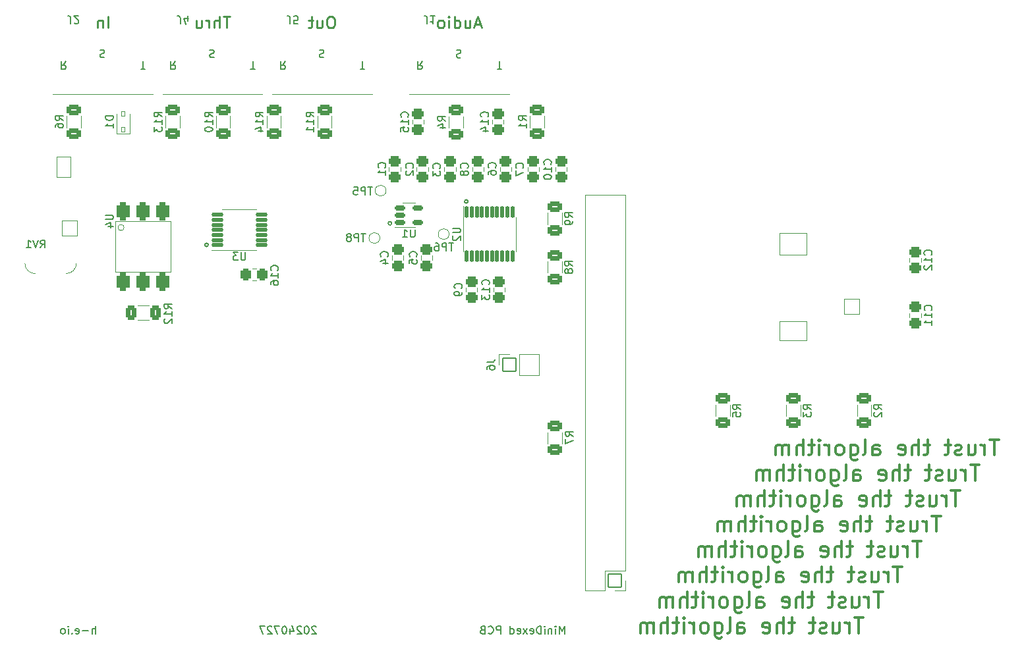
<source format=gbo>
G04 #@! TF.GenerationSoftware,KiCad,Pcbnew,6.0.11*
G04 #@! TF.CreationDate,2024-07-27T16:02:48-05:00*
G04 #@! TF.ProjectId,minidexed,6d696e69-6465-4786-9564-2e6b69636164,rev?*
G04 #@! TF.SameCoordinates,Original*
G04 #@! TF.FileFunction,Legend,Bot*
G04 #@! TF.FilePolarity,Positive*
%FSLAX46Y46*%
G04 Gerber Fmt 4.6, Leading zero omitted, Abs format (unit mm)*
G04 Created by KiCad (PCBNEW 6.0.11) date 2024-07-27 16:02:48*
%MOMM*%
%LPD*%
G01*
G04 APERTURE LIST*
G04 Aperture macros list*
%AMRoundRect*
0 Rectangle with rounded corners*
0 $1 Rounding radius*
0 $2 $3 $4 $5 $6 $7 $8 $9 X,Y pos of 4 corners*
0 Add a 4 corners polygon primitive as box body*
4,1,4,$2,$3,$4,$5,$6,$7,$8,$9,$2,$3,0*
0 Add four circle primitives for the rounded corners*
1,1,$1+$1,$2,$3*
1,1,$1+$1,$4,$5*
1,1,$1+$1,$6,$7*
1,1,$1+$1,$8,$9*
0 Add four rect primitives between the rounded corners*
20,1,$1+$1,$2,$3,$4,$5,0*
20,1,$1+$1,$4,$5,$6,$7,0*
20,1,$1+$1,$6,$7,$8,$9,0*
20,1,$1+$1,$8,$9,$2,$3,0*%
G04 Aperture macros list end*
%ADD10C,0.150000*%
%ADD11C,0.300000*%
%ADD12C,0.250000*%
%ADD13C,0.120000*%
%ADD14C,2.800000*%
%ADD15C,1.800000*%
%ADD16C,4.100000*%
%ADD17C,2.300000*%
%ADD18C,3.100000*%
%ADD19RoundRect,0.050000X-0.900000X-1.300000X0.900000X-1.300000X0.900000X1.300000X-0.900000X1.300000X0*%
%ADD20O,1.900000X2.700000*%
%ADD21RoundRect,0.050000X1.000000X1.000000X-1.000000X1.000000X-1.000000X-1.000000X1.000000X-1.000000X0*%
%ADD22C,2.100000*%
%ADD23RoundRect,0.050000X1.750000X1.250000X-1.750000X1.250000X-1.750000X-1.250000X1.750000X-1.250000X0*%
%ADD24RoundRect,0.050000X1.750000X1.400000X-1.750000X1.400000X-1.750000X-1.400000X1.750000X-1.400000X0*%
%ADD25RoundRect,0.050000X0.850000X0.850000X-0.850000X0.850000X-0.850000X-0.850000X0.850000X-0.850000X0*%
%ADD26O,1.800000X1.800000*%
%ADD27RoundRect,0.150000X-0.100000X0.637500X-0.100000X-0.637500X0.100000X-0.637500X0.100000X0.637500X0*%
%ADD28C,1.100000*%
%ADD29RoundRect,0.300000X0.337500X0.475000X-0.337500X0.475000X-0.337500X-0.475000X0.337500X-0.475000X0*%
%ADD30RoundRect,0.300000X0.475000X-0.337500X0.475000X0.337500X-0.475000X0.337500X-0.475000X-0.337500X0*%
%ADD31RoundRect,0.300000X0.625000X-0.400000X0.625000X0.400000X-0.625000X0.400000X-0.625000X-0.400000X0*%
%ADD32RoundRect,0.300000X-0.625000X0.400000X-0.625000X-0.400000X0.625000X-0.400000X0.625000X0.400000X0*%
%ADD33RoundRect,0.300000X-0.475000X0.337500X-0.475000X-0.337500X0.475000X-0.337500X0.475000X0.337500X0*%
%ADD34RoundRect,0.300000X-0.400000X-0.625000X0.400000X-0.625000X0.400000X0.625000X-0.400000X0.625000X0*%
%ADD35RoundRect,0.050000X-0.850000X0.850000X-0.850000X-0.850000X0.850000X-0.850000X0.850000X0.850000X0*%
%ADD36RoundRect,0.200000X-0.512500X-0.150000X0.512500X-0.150000X0.512500X0.150000X-0.512500X0.150000X0*%
%ADD37RoundRect,0.431000X-0.381000X0.762000X-0.381000X-0.762000X0.381000X-0.762000X0.381000X0.762000X0*%
%ADD38RoundRect,0.050000X0.225000X-0.300000X0.225000X0.300000X-0.225000X0.300000X-0.225000X-0.300000X0*%
%ADD39RoundRect,0.150000X-0.637500X-0.100000X0.637500X-0.100000X0.637500X0.100000X-0.637500X0.100000X0*%
G04 APERTURE END LIST*
D10*
X155023607Y-83300000D02*
G75*
G03*
X155023607Y-83300000I-223607J0D01*
G01*
X145223607Y-86100000D02*
G75*
G03*
X145223607Y-86100000I-223607J0D01*
G01*
X121660907Y-88877000D02*
G75*
G03*
X121660907Y-88877000I-223607J0D01*
G01*
D11*
X220740474Y-117197618D02*
X219597617Y-117197618D01*
X220169045Y-119197618D02*
X220169045Y-117197618D01*
X218930950Y-119197618D02*
X218930950Y-117864285D01*
X218930950Y-118245237D02*
X218835712Y-118054761D01*
X218740474Y-117959523D01*
X218549998Y-117864285D01*
X218359522Y-117864285D01*
X216835712Y-117864285D02*
X216835712Y-119197618D01*
X217692855Y-117864285D02*
X217692855Y-118911904D01*
X217597617Y-119102380D01*
X217407141Y-119197618D01*
X217121426Y-119197618D01*
X216930950Y-119102380D01*
X216835712Y-119007142D01*
X215978569Y-119102380D02*
X215788093Y-119197618D01*
X215407141Y-119197618D01*
X215216664Y-119102380D01*
X215121426Y-118911904D01*
X215121426Y-118816666D01*
X215216664Y-118626190D01*
X215407141Y-118530952D01*
X215692855Y-118530952D01*
X215883331Y-118435714D01*
X215978569Y-118245237D01*
X215978569Y-118149999D01*
X215883331Y-117959523D01*
X215692855Y-117864285D01*
X215407141Y-117864285D01*
X215216664Y-117959523D01*
X214549998Y-117864285D02*
X213788093Y-117864285D01*
X214264284Y-117197618D02*
X214264284Y-118911904D01*
X214169045Y-119102380D01*
X213978569Y-119197618D01*
X213788093Y-119197618D01*
X211883331Y-117864285D02*
X211121426Y-117864285D01*
X211597617Y-117197618D02*
X211597617Y-118911904D01*
X211502379Y-119102380D01*
X211311903Y-119197618D01*
X211121426Y-119197618D01*
X210454760Y-119197618D02*
X210454760Y-117197618D01*
X209597617Y-119197618D02*
X209597617Y-118149999D01*
X209692855Y-117959523D01*
X209883331Y-117864285D01*
X210169045Y-117864285D01*
X210359522Y-117959523D01*
X210454760Y-118054761D01*
X207883331Y-119102380D02*
X208073807Y-119197618D01*
X208454760Y-119197618D01*
X208645236Y-119102380D01*
X208740474Y-118911904D01*
X208740474Y-118149999D01*
X208645236Y-117959523D01*
X208454760Y-117864285D01*
X208073807Y-117864285D01*
X207883331Y-117959523D01*
X207788093Y-118149999D01*
X207788093Y-118340476D01*
X208740474Y-118530952D01*
X204549998Y-119197618D02*
X204549998Y-118149999D01*
X204645236Y-117959523D01*
X204835712Y-117864285D01*
X205216664Y-117864285D01*
X205407141Y-117959523D01*
X204549998Y-119102380D02*
X204740474Y-119197618D01*
X205216664Y-119197618D01*
X205407141Y-119102380D01*
X205502379Y-118911904D01*
X205502379Y-118721428D01*
X205407141Y-118530952D01*
X205216664Y-118435714D01*
X204740474Y-118435714D01*
X204549998Y-118340476D01*
X203311903Y-119197618D02*
X203502379Y-119102380D01*
X203597617Y-118911904D01*
X203597617Y-117197618D01*
X201692855Y-117864285D02*
X201692855Y-119483333D01*
X201788093Y-119673809D01*
X201883331Y-119769047D01*
X202073807Y-119864285D01*
X202359522Y-119864285D01*
X202549998Y-119769047D01*
X201692855Y-119102380D02*
X201883331Y-119197618D01*
X202264284Y-119197618D01*
X202454760Y-119102380D01*
X202549998Y-119007142D01*
X202645236Y-118816666D01*
X202645236Y-118245237D01*
X202549998Y-118054761D01*
X202454760Y-117959523D01*
X202264284Y-117864285D01*
X201883331Y-117864285D01*
X201692855Y-117959523D01*
X200454760Y-119197618D02*
X200645236Y-119102380D01*
X200740474Y-119007142D01*
X200835712Y-118816666D01*
X200835712Y-118245237D01*
X200740474Y-118054761D01*
X200645236Y-117959523D01*
X200454760Y-117864285D01*
X200169045Y-117864285D01*
X199978569Y-117959523D01*
X199883331Y-118054761D01*
X199788093Y-118245237D01*
X199788093Y-118816666D01*
X199883331Y-119007142D01*
X199978569Y-119102380D01*
X200169045Y-119197618D01*
X200454760Y-119197618D01*
X198930950Y-119197618D02*
X198930950Y-117864285D01*
X198930950Y-118245237D02*
X198835712Y-118054761D01*
X198740474Y-117959523D01*
X198549998Y-117864285D01*
X198359522Y-117864285D01*
X197692855Y-119197618D02*
X197692855Y-117864285D01*
X197692855Y-117197618D02*
X197788093Y-117292857D01*
X197692855Y-117388095D01*
X197597617Y-117292857D01*
X197692855Y-117197618D01*
X197692855Y-117388095D01*
X197026188Y-117864285D02*
X196264284Y-117864285D01*
X196740474Y-117197618D02*
X196740474Y-118911904D01*
X196645236Y-119102380D01*
X196454760Y-119197618D01*
X196264284Y-119197618D01*
X195597617Y-119197618D02*
X195597617Y-117197618D01*
X194740474Y-119197618D02*
X194740474Y-118149999D01*
X194835712Y-117959523D01*
X195026188Y-117864285D01*
X195311903Y-117864285D01*
X195502379Y-117959523D01*
X195597617Y-118054761D01*
X193788093Y-119197618D02*
X193788093Y-117864285D01*
X193788093Y-118054761D02*
X193692855Y-117959523D01*
X193502379Y-117864285D01*
X193216664Y-117864285D01*
X193026188Y-117959523D01*
X192930950Y-118149999D01*
X192930950Y-119197618D01*
X192930950Y-118149999D02*
X192835712Y-117959523D01*
X192645236Y-117864285D01*
X192359522Y-117864285D01*
X192169045Y-117959523D01*
X192073807Y-118149999D01*
X192073807Y-119197618D01*
X205826190Y-136804760D02*
X204683333Y-136804760D01*
X205254761Y-138804760D02*
X205254761Y-136804760D01*
X204016666Y-138804760D02*
X204016666Y-137471427D01*
X204016666Y-137852379D02*
X203921428Y-137661903D01*
X203826190Y-137566665D01*
X203635714Y-137471427D01*
X203445238Y-137471427D01*
X201921428Y-137471427D02*
X201921428Y-138804760D01*
X202778571Y-137471427D02*
X202778571Y-138519046D01*
X202683333Y-138709522D01*
X202492857Y-138804760D01*
X202207142Y-138804760D01*
X202016666Y-138709522D01*
X201921428Y-138614284D01*
X201064285Y-138709522D02*
X200873809Y-138804760D01*
X200492857Y-138804760D01*
X200302380Y-138709522D01*
X200207142Y-138519046D01*
X200207142Y-138423808D01*
X200302380Y-138233332D01*
X200492857Y-138138094D01*
X200778571Y-138138094D01*
X200969047Y-138042856D01*
X201064285Y-137852379D01*
X201064285Y-137757141D01*
X200969047Y-137566665D01*
X200778571Y-137471427D01*
X200492857Y-137471427D01*
X200302380Y-137566665D01*
X199635714Y-137471427D02*
X198873809Y-137471427D01*
X199350000Y-136804760D02*
X199350000Y-138519046D01*
X199254761Y-138709522D01*
X199064285Y-138804760D01*
X198873809Y-138804760D01*
X196969047Y-137471427D02*
X196207142Y-137471427D01*
X196683333Y-136804760D02*
X196683333Y-138519046D01*
X196588095Y-138709522D01*
X196397619Y-138804760D01*
X196207142Y-138804760D01*
X195540476Y-138804760D02*
X195540476Y-136804760D01*
X194683333Y-138804760D02*
X194683333Y-137757141D01*
X194778571Y-137566665D01*
X194969047Y-137471427D01*
X195254761Y-137471427D01*
X195445238Y-137566665D01*
X195540476Y-137661903D01*
X192969047Y-138709522D02*
X193159523Y-138804760D01*
X193540476Y-138804760D01*
X193730952Y-138709522D01*
X193826190Y-138519046D01*
X193826190Y-137757141D01*
X193730952Y-137566665D01*
X193540476Y-137471427D01*
X193159523Y-137471427D01*
X192969047Y-137566665D01*
X192873809Y-137757141D01*
X192873809Y-137947618D01*
X193826190Y-138138094D01*
X189635714Y-138804760D02*
X189635714Y-137757141D01*
X189730952Y-137566665D01*
X189921428Y-137471427D01*
X190302380Y-137471427D01*
X190492857Y-137566665D01*
X189635714Y-138709522D02*
X189826190Y-138804760D01*
X190302380Y-138804760D01*
X190492857Y-138709522D01*
X190588095Y-138519046D01*
X190588095Y-138328570D01*
X190492857Y-138138094D01*
X190302380Y-138042856D01*
X189826190Y-138042856D01*
X189635714Y-137947618D01*
X188397619Y-138804760D02*
X188588095Y-138709522D01*
X188683333Y-138519046D01*
X188683333Y-136804760D01*
X186778571Y-137471427D02*
X186778571Y-139090475D01*
X186873809Y-139280951D01*
X186969047Y-139376189D01*
X187159523Y-139471427D01*
X187445238Y-139471427D01*
X187635714Y-139376189D01*
X186778571Y-138709522D02*
X186969047Y-138804760D01*
X187350000Y-138804760D01*
X187540476Y-138709522D01*
X187635714Y-138614284D01*
X187730952Y-138423808D01*
X187730952Y-137852379D01*
X187635714Y-137661903D01*
X187540476Y-137566665D01*
X187350000Y-137471427D01*
X186969047Y-137471427D01*
X186778571Y-137566665D01*
X185540476Y-138804760D02*
X185730952Y-138709522D01*
X185826190Y-138614284D01*
X185921428Y-138423808D01*
X185921428Y-137852379D01*
X185826190Y-137661903D01*
X185730952Y-137566665D01*
X185540476Y-137471427D01*
X185254761Y-137471427D01*
X185064285Y-137566665D01*
X184969047Y-137661903D01*
X184873809Y-137852379D01*
X184873809Y-138423808D01*
X184969047Y-138614284D01*
X185064285Y-138709522D01*
X185254761Y-138804760D01*
X185540476Y-138804760D01*
X184016666Y-138804760D02*
X184016666Y-137471427D01*
X184016666Y-137852379D02*
X183921428Y-137661903D01*
X183826190Y-137566665D01*
X183635714Y-137471427D01*
X183445238Y-137471427D01*
X182778571Y-138804760D02*
X182778571Y-137471427D01*
X182778571Y-136804760D02*
X182873809Y-136899999D01*
X182778571Y-136995237D01*
X182683333Y-136899999D01*
X182778571Y-136804760D01*
X182778571Y-136995237D01*
X182111904Y-137471427D02*
X181350000Y-137471427D01*
X181826190Y-136804760D02*
X181826190Y-138519046D01*
X181730952Y-138709522D01*
X181540476Y-138804760D01*
X181350000Y-138804760D01*
X180683333Y-138804760D02*
X180683333Y-136804760D01*
X179826190Y-138804760D02*
X179826190Y-137757141D01*
X179921428Y-137566665D01*
X180111904Y-137471427D01*
X180397619Y-137471427D01*
X180588095Y-137566665D01*
X180683333Y-137661903D01*
X178873809Y-138804760D02*
X178873809Y-137471427D01*
X178873809Y-137661903D02*
X178778571Y-137566665D01*
X178588095Y-137471427D01*
X178302380Y-137471427D01*
X178111904Y-137566665D01*
X178016666Y-137757141D01*
X178016666Y-138804760D01*
X178016666Y-137757141D02*
X177921428Y-137566665D01*
X177730952Y-137471427D01*
X177445238Y-137471427D01*
X177254761Y-137566665D01*
X177159523Y-137757141D01*
X177159523Y-138804760D01*
D12*
X124450000Y-59478571D02*
X123592857Y-59478571D01*
X124021428Y-60978571D02*
X124021428Y-59478571D01*
X123092857Y-60978571D02*
X123092857Y-59478571D01*
X122450000Y-60978571D02*
X122450000Y-60192857D01*
X122521428Y-60050000D01*
X122664285Y-59978571D01*
X122878571Y-59978571D01*
X123021428Y-60050000D01*
X123092857Y-60121428D01*
X121735714Y-60978571D02*
X121735714Y-59978571D01*
X121735714Y-60264285D02*
X121664285Y-60121428D01*
X121592857Y-60050000D01*
X121450000Y-59978571D01*
X121307142Y-59978571D01*
X120164285Y-59978571D02*
X120164285Y-60978571D01*
X120807142Y-59978571D02*
X120807142Y-60764285D01*
X120735714Y-60907142D01*
X120592857Y-60978571D01*
X120378571Y-60978571D01*
X120235714Y-60907142D01*
X120164285Y-60835714D01*
D11*
X213283332Y-127001189D02*
X212140475Y-127001189D01*
X212711903Y-129001189D02*
X212711903Y-127001189D01*
X211473808Y-129001189D02*
X211473808Y-127667856D01*
X211473808Y-128048808D02*
X211378570Y-127858332D01*
X211283332Y-127763094D01*
X211092856Y-127667856D01*
X210902380Y-127667856D01*
X209378570Y-127667856D02*
X209378570Y-129001189D01*
X210235713Y-127667856D02*
X210235713Y-128715475D01*
X210140475Y-128905951D01*
X209949999Y-129001189D01*
X209664284Y-129001189D01*
X209473808Y-128905951D01*
X209378570Y-128810713D01*
X208521427Y-128905951D02*
X208330951Y-129001189D01*
X207949999Y-129001189D01*
X207759522Y-128905951D01*
X207664284Y-128715475D01*
X207664284Y-128620237D01*
X207759522Y-128429761D01*
X207949999Y-128334523D01*
X208235713Y-128334523D01*
X208426189Y-128239285D01*
X208521427Y-128048808D01*
X208521427Y-127953570D01*
X208426189Y-127763094D01*
X208235713Y-127667856D01*
X207949999Y-127667856D01*
X207759522Y-127763094D01*
X207092856Y-127667856D02*
X206330951Y-127667856D01*
X206807142Y-127001189D02*
X206807142Y-128715475D01*
X206711903Y-128905951D01*
X206521427Y-129001189D01*
X206330951Y-129001189D01*
X204426189Y-127667856D02*
X203664284Y-127667856D01*
X204140475Y-127001189D02*
X204140475Y-128715475D01*
X204045237Y-128905951D01*
X203854761Y-129001189D01*
X203664284Y-129001189D01*
X202997618Y-129001189D02*
X202997618Y-127001189D01*
X202140475Y-129001189D02*
X202140475Y-127953570D01*
X202235713Y-127763094D01*
X202426189Y-127667856D01*
X202711903Y-127667856D01*
X202902380Y-127763094D01*
X202997618Y-127858332D01*
X200426189Y-128905951D02*
X200616665Y-129001189D01*
X200997618Y-129001189D01*
X201188094Y-128905951D01*
X201283332Y-128715475D01*
X201283332Y-127953570D01*
X201188094Y-127763094D01*
X200997618Y-127667856D01*
X200616665Y-127667856D01*
X200426189Y-127763094D01*
X200330951Y-127953570D01*
X200330951Y-128144047D01*
X201283332Y-128334523D01*
X197092856Y-129001189D02*
X197092856Y-127953570D01*
X197188094Y-127763094D01*
X197378570Y-127667856D01*
X197759522Y-127667856D01*
X197949999Y-127763094D01*
X197092856Y-128905951D02*
X197283332Y-129001189D01*
X197759522Y-129001189D01*
X197949999Y-128905951D01*
X198045237Y-128715475D01*
X198045237Y-128524999D01*
X197949999Y-128334523D01*
X197759522Y-128239285D01*
X197283332Y-128239285D01*
X197092856Y-128144047D01*
X195854761Y-129001189D02*
X196045237Y-128905951D01*
X196140475Y-128715475D01*
X196140475Y-127001189D01*
X194235713Y-127667856D02*
X194235713Y-129286904D01*
X194330951Y-129477380D01*
X194426189Y-129572618D01*
X194616665Y-129667856D01*
X194902380Y-129667856D01*
X195092856Y-129572618D01*
X194235713Y-128905951D02*
X194426189Y-129001189D01*
X194807142Y-129001189D01*
X194997618Y-128905951D01*
X195092856Y-128810713D01*
X195188094Y-128620237D01*
X195188094Y-128048808D01*
X195092856Y-127858332D01*
X194997618Y-127763094D01*
X194807142Y-127667856D01*
X194426189Y-127667856D01*
X194235713Y-127763094D01*
X192997618Y-129001189D02*
X193188094Y-128905951D01*
X193283332Y-128810713D01*
X193378570Y-128620237D01*
X193378570Y-128048808D01*
X193283332Y-127858332D01*
X193188094Y-127763094D01*
X192997618Y-127667856D01*
X192711903Y-127667856D01*
X192521427Y-127763094D01*
X192426189Y-127858332D01*
X192330951Y-128048808D01*
X192330951Y-128620237D01*
X192426189Y-128810713D01*
X192521427Y-128905951D01*
X192711903Y-129001189D01*
X192997618Y-129001189D01*
X191473808Y-129001189D02*
X191473808Y-127667856D01*
X191473808Y-128048808D02*
X191378570Y-127858332D01*
X191283332Y-127763094D01*
X191092856Y-127667856D01*
X190902380Y-127667856D01*
X190235713Y-129001189D02*
X190235713Y-127667856D01*
X190235713Y-127001189D02*
X190330951Y-127096428D01*
X190235713Y-127191666D01*
X190140475Y-127096428D01*
X190235713Y-127001189D01*
X190235713Y-127191666D01*
X189569046Y-127667856D02*
X188807142Y-127667856D01*
X189283332Y-127001189D02*
X189283332Y-128715475D01*
X189188094Y-128905951D01*
X188997618Y-129001189D01*
X188807142Y-129001189D01*
X188140475Y-129001189D02*
X188140475Y-127001189D01*
X187283332Y-129001189D02*
X187283332Y-127953570D01*
X187378570Y-127763094D01*
X187569046Y-127667856D01*
X187854761Y-127667856D01*
X188045237Y-127763094D01*
X188140475Y-127858332D01*
X186330951Y-129001189D02*
X186330951Y-127667856D01*
X186330951Y-127858332D02*
X186235713Y-127763094D01*
X186045237Y-127667856D01*
X185759522Y-127667856D01*
X185569046Y-127763094D01*
X185473808Y-127953570D01*
X185473808Y-129001189D01*
X185473808Y-127953570D02*
X185378570Y-127763094D01*
X185188094Y-127667856D01*
X184902380Y-127667856D01*
X184711903Y-127763094D01*
X184616665Y-127953570D01*
X184616665Y-129001189D01*
D12*
X108778571Y-60978571D02*
X108778571Y-59478571D01*
X108064285Y-59978571D02*
X108064285Y-60978571D01*
X108064285Y-60121428D02*
X107992857Y-60050000D01*
X107850000Y-59978571D01*
X107635714Y-59978571D01*
X107492857Y-60050000D01*
X107421428Y-60192857D01*
X107421428Y-60978571D01*
D11*
X218254760Y-120465475D02*
X217111903Y-120465475D01*
X217683331Y-122465475D02*
X217683331Y-120465475D01*
X216445236Y-122465475D02*
X216445236Y-121132142D01*
X216445236Y-121513094D02*
X216349998Y-121322618D01*
X216254760Y-121227380D01*
X216064284Y-121132142D01*
X215873808Y-121132142D01*
X214349998Y-121132142D02*
X214349998Y-122465475D01*
X215207141Y-121132142D02*
X215207141Y-122179761D01*
X215111903Y-122370237D01*
X214921427Y-122465475D01*
X214635712Y-122465475D01*
X214445236Y-122370237D01*
X214349998Y-122274999D01*
X213492855Y-122370237D02*
X213302379Y-122465475D01*
X212921427Y-122465475D01*
X212730950Y-122370237D01*
X212635712Y-122179761D01*
X212635712Y-122084523D01*
X212730950Y-121894047D01*
X212921427Y-121798809D01*
X213207141Y-121798809D01*
X213397617Y-121703571D01*
X213492855Y-121513094D01*
X213492855Y-121417856D01*
X213397617Y-121227380D01*
X213207141Y-121132142D01*
X212921427Y-121132142D01*
X212730950Y-121227380D01*
X212064284Y-121132142D02*
X211302379Y-121132142D01*
X211778570Y-120465475D02*
X211778570Y-122179761D01*
X211683331Y-122370237D01*
X211492855Y-122465475D01*
X211302379Y-122465475D01*
X209397617Y-121132142D02*
X208635712Y-121132142D01*
X209111903Y-120465475D02*
X209111903Y-122179761D01*
X209016665Y-122370237D01*
X208826189Y-122465475D01*
X208635712Y-122465475D01*
X207969046Y-122465475D02*
X207969046Y-120465475D01*
X207111903Y-122465475D02*
X207111903Y-121417856D01*
X207207141Y-121227380D01*
X207397617Y-121132142D01*
X207683331Y-121132142D01*
X207873808Y-121227380D01*
X207969046Y-121322618D01*
X205397617Y-122370237D02*
X205588093Y-122465475D01*
X205969046Y-122465475D01*
X206159522Y-122370237D01*
X206254760Y-122179761D01*
X206254760Y-121417856D01*
X206159522Y-121227380D01*
X205969046Y-121132142D01*
X205588093Y-121132142D01*
X205397617Y-121227380D01*
X205302379Y-121417856D01*
X205302379Y-121608333D01*
X206254760Y-121798809D01*
X202064284Y-122465475D02*
X202064284Y-121417856D01*
X202159522Y-121227380D01*
X202349998Y-121132142D01*
X202730950Y-121132142D01*
X202921427Y-121227380D01*
X202064284Y-122370237D02*
X202254760Y-122465475D01*
X202730950Y-122465475D01*
X202921427Y-122370237D01*
X203016665Y-122179761D01*
X203016665Y-121989285D01*
X202921427Y-121798809D01*
X202730950Y-121703571D01*
X202254760Y-121703571D01*
X202064284Y-121608333D01*
X200826189Y-122465475D02*
X201016665Y-122370237D01*
X201111903Y-122179761D01*
X201111903Y-120465475D01*
X199207141Y-121132142D02*
X199207141Y-122751190D01*
X199302379Y-122941666D01*
X199397617Y-123036904D01*
X199588093Y-123132142D01*
X199873808Y-123132142D01*
X200064284Y-123036904D01*
X199207141Y-122370237D02*
X199397617Y-122465475D01*
X199778570Y-122465475D01*
X199969046Y-122370237D01*
X200064284Y-122274999D01*
X200159522Y-122084523D01*
X200159522Y-121513094D01*
X200064284Y-121322618D01*
X199969046Y-121227380D01*
X199778570Y-121132142D01*
X199397617Y-121132142D01*
X199207141Y-121227380D01*
X197969046Y-122465475D02*
X198159522Y-122370237D01*
X198254760Y-122274999D01*
X198349998Y-122084523D01*
X198349998Y-121513094D01*
X198254760Y-121322618D01*
X198159522Y-121227380D01*
X197969046Y-121132142D01*
X197683331Y-121132142D01*
X197492855Y-121227380D01*
X197397617Y-121322618D01*
X197302379Y-121513094D01*
X197302379Y-122084523D01*
X197397617Y-122274999D01*
X197492855Y-122370237D01*
X197683331Y-122465475D01*
X197969046Y-122465475D01*
X196445236Y-122465475D02*
X196445236Y-121132142D01*
X196445236Y-121513094D02*
X196349998Y-121322618D01*
X196254760Y-121227380D01*
X196064284Y-121132142D01*
X195873808Y-121132142D01*
X195207141Y-122465475D02*
X195207141Y-121132142D01*
X195207141Y-120465475D02*
X195302379Y-120560714D01*
X195207141Y-120655952D01*
X195111903Y-120560714D01*
X195207141Y-120465475D01*
X195207141Y-120655952D01*
X194540474Y-121132142D02*
X193778570Y-121132142D01*
X194254760Y-120465475D02*
X194254760Y-122179761D01*
X194159522Y-122370237D01*
X193969046Y-122465475D01*
X193778570Y-122465475D01*
X193111903Y-122465475D02*
X193111903Y-120465475D01*
X192254760Y-122465475D02*
X192254760Y-121417856D01*
X192349998Y-121227380D01*
X192540474Y-121132142D01*
X192826189Y-121132142D01*
X193016665Y-121227380D01*
X193111903Y-121322618D01*
X191302379Y-122465475D02*
X191302379Y-121132142D01*
X191302379Y-121322618D02*
X191207141Y-121227380D01*
X191016665Y-121132142D01*
X190730950Y-121132142D01*
X190540474Y-121227380D01*
X190445236Y-121417856D01*
X190445236Y-122465475D01*
X190445236Y-121417856D02*
X190349998Y-121227380D01*
X190159522Y-121132142D01*
X189873808Y-121132142D01*
X189683331Y-121227380D01*
X189588093Y-121417856D01*
X189588093Y-122465475D01*
D12*
X156650000Y-60550000D02*
X155935714Y-60550000D01*
X156792857Y-60978571D02*
X156292857Y-59478571D01*
X155792857Y-60978571D01*
X154650000Y-59978571D02*
X154650000Y-60978571D01*
X155292857Y-59978571D02*
X155292857Y-60764285D01*
X155221428Y-60907142D01*
X155078571Y-60978571D01*
X154864285Y-60978571D01*
X154721428Y-60907142D01*
X154650000Y-60835714D01*
X153292857Y-60978571D02*
X153292857Y-59478571D01*
X153292857Y-60907142D02*
X153435714Y-60978571D01*
X153721428Y-60978571D01*
X153864285Y-60907142D01*
X153935714Y-60835714D01*
X154007142Y-60692857D01*
X154007142Y-60264285D01*
X153935714Y-60121428D01*
X153864285Y-60050000D01*
X153721428Y-59978571D01*
X153435714Y-59978571D01*
X153292857Y-60050000D01*
X152578571Y-60978571D02*
X152578571Y-59978571D01*
X152578571Y-59478571D02*
X152650000Y-59550000D01*
X152578571Y-59621428D01*
X152507142Y-59550000D01*
X152578571Y-59478571D01*
X152578571Y-59621428D01*
X151650000Y-60978571D02*
X151792857Y-60907142D01*
X151864285Y-60835714D01*
X151935714Y-60692857D01*
X151935714Y-60264285D01*
X151864285Y-60121428D01*
X151792857Y-60050000D01*
X151650000Y-59978571D01*
X151435714Y-59978571D01*
X151292857Y-60050000D01*
X151221428Y-60121428D01*
X151150000Y-60264285D01*
X151150000Y-60692857D01*
X151221428Y-60835714D01*
X151292857Y-60907142D01*
X151435714Y-60978571D01*
X151650000Y-60978571D01*
D11*
X208311904Y-133536903D02*
X207169047Y-133536903D01*
X207740475Y-135536903D02*
X207740475Y-133536903D01*
X206502380Y-135536903D02*
X206502380Y-134203570D01*
X206502380Y-134584522D02*
X206407142Y-134394046D01*
X206311904Y-134298808D01*
X206121428Y-134203570D01*
X205930952Y-134203570D01*
X204407142Y-134203570D02*
X204407142Y-135536903D01*
X205264285Y-134203570D02*
X205264285Y-135251189D01*
X205169047Y-135441665D01*
X204978571Y-135536903D01*
X204692856Y-135536903D01*
X204502380Y-135441665D01*
X204407142Y-135346427D01*
X203549999Y-135441665D02*
X203359523Y-135536903D01*
X202978571Y-135536903D01*
X202788094Y-135441665D01*
X202692856Y-135251189D01*
X202692856Y-135155951D01*
X202788094Y-134965475D01*
X202978571Y-134870237D01*
X203264285Y-134870237D01*
X203454761Y-134774999D01*
X203549999Y-134584522D01*
X203549999Y-134489284D01*
X203454761Y-134298808D01*
X203264285Y-134203570D01*
X202978571Y-134203570D01*
X202788094Y-134298808D01*
X202121428Y-134203570D02*
X201359523Y-134203570D01*
X201835714Y-133536903D02*
X201835714Y-135251189D01*
X201740475Y-135441665D01*
X201549999Y-135536903D01*
X201359523Y-135536903D01*
X199454761Y-134203570D02*
X198692856Y-134203570D01*
X199169047Y-133536903D02*
X199169047Y-135251189D01*
X199073809Y-135441665D01*
X198883333Y-135536903D01*
X198692856Y-135536903D01*
X198026190Y-135536903D02*
X198026190Y-133536903D01*
X197169047Y-135536903D02*
X197169047Y-134489284D01*
X197264285Y-134298808D01*
X197454761Y-134203570D01*
X197740475Y-134203570D01*
X197930952Y-134298808D01*
X198026190Y-134394046D01*
X195454761Y-135441665D02*
X195645237Y-135536903D01*
X196026190Y-135536903D01*
X196216666Y-135441665D01*
X196311904Y-135251189D01*
X196311904Y-134489284D01*
X196216666Y-134298808D01*
X196026190Y-134203570D01*
X195645237Y-134203570D01*
X195454761Y-134298808D01*
X195359523Y-134489284D01*
X195359523Y-134679761D01*
X196311904Y-134870237D01*
X192121428Y-135536903D02*
X192121428Y-134489284D01*
X192216666Y-134298808D01*
X192407142Y-134203570D01*
X192788094Y-134203570D01*
X192978571Y-134298808D01*
X192121428Y-135441665D02*
X192311904Y-135536903D01*
X192788094Y-135536903D01*
X192978571Y-135441665D01*
X193073809Y-135251189D01*
X193073809Y-135060713D01*
X192978571Y-134870237D01*
X192788094Y-134774999D01*
X192311904Y-134774999D01*
X192121428Y-134679761D01*
X190883333Y-135536903D02*
X191073809Y-135441665D01*
X191169047Y-135251189D01*
X191169047Y-133536903D01*
X189264285Y-134203570D02*
X189264285Y-135822618D01*
X189359523Y-136013094D01*
X189454761Y-136108332D01*
X189645237Y-136203570D01*
X189930952Y-136203570D01*
X190121428Y-136108332D01*
X189264285Y-135441665D02*
X189454761Y-135536903D01*
X189835714Y-135536903D01*
X190026190Y-135441665D01*
X190121428Y-135346427D01*
X190216666Y-135155951D01*
X190216666Y-134584522D01*
X190121428Y-134394046D01*
X190026190Y-134298808D01*
X189835714Y-134203570D01*
X189454761Y-134203570D01*
X189264285Y-134298808D01*
X188026190Y-135536903D02*
X188216666Y-135441665D01*
X188311904Y-135346427D01*
X188407142Y-135155951D01*
X188407142Y-134584522D01*
X188311904Y-134394046D01*
X188216666Y-134298808D01*
X188026190Y-134203570D01*
X187740475Y-134203570D01*
X187549999Y-134298808D01*
X187454761Y-134394046D01*
X187359523Y-134584522D01*
X187359523Y-135155951D01*
X187454761Y-135346427D01*
X187549999Y-135441665D01*
X187740475Y-135536903D01*
X188026190Y-135536903D01*
X186502380Y-135536903D02*
X186502380Y-134203570D01*
X186502380Y-134584522D02*
X186407142Y-134394046D01*
X186311904Y-134298808D01*
X186121428Y-134203570D01*
X185930952Y-134203570D01*
X185264285Y-135536903D02*
X185264285Y-134203570D01*
X185264285Y-133536903D02*
X185359523Y-133632142D01*
X185264285Y-133727380D01*
X185169047Y-133632142D01*
X185264285Y-133536903D01*
X185264285Y-133727380D01*
X184597618Y-134203570D02*
X183835714Y-134203570D01*
X184311904Y-133536903D02*
X184311904Y-135251189D01*
X184216666Y-135441665D01*
X184026190Y-135536903D01*
X183835714Y-135536903D01*
X183169047Y-135536903D02*
X183169047Y-133536903D01*
X182311904Y-135536903D02*
X182311904Y-134489284D01*
X182407142Y-134298808D01*
X182597618Y-134203570D01*
X182883333Y-134203570D01*
X183073809Y-134298808D01*
X183169047Y-134394046D01*
X181359523Y-135536903D02*
X181359523Y-134203570D01*
X181359523Y-134394046D02*
X181264285Y-134298808D01*
X181073809Y-134203570D01*
X180788094Y-134203570D01*
X180597618Y-134298808D01*
X180502380Y-134489284D01*
X180502380Y-135536903D01*
X180502380Y-134489284D02*
X180407142Y-134298808D01*
X180216666Y-134203570D01*
X179930952Y-134203570D01*
X179740475Y-134298808D01*
X179645237Y-134489284D01*
X179645237Y-135536903D01*
D12*
X137550000Y-59478571D02*
X137264285Y-59478571D01*
X137121428Y-59550000D01*
X136978571Y-59692857D01*
X136907142Y-59978571D01*
X136907142Y-60478571D01*
X136978571Y-60764285D01*
X137121428Y-60907142D01*
X137264285Y-60978571D01*
X137550000Y-60978571D01*
X137692857Y-60907142D01*
X137835714Y-60764285D01*
X137907142Y-60478571D01*
X137907142Y-59978571D01*
X137835714Y-59692857D01*
X137692857Y-59550000D01*
X137550000Y-59478571D01*
X135621428Y-59978571D02*
X135621428Y-60978571D01*
X136264285Y-59978571D02*
X136264285Y-60764285D01*
X136192857Y-60907142D01*
X136050000Y-60978571D01*
X135835714Y-60978571D01*
X135692857Y-60907142D01*
X135621428Y-60835714D01*
X135121428Y-59978571D02*
X134550000Y-59978571D01*
X134907142Y-59478571D02*
X134907142Y-60764285D01*
X134835714Y-60907142D01*
X134692857Y-60978571D01*
X134550000Y-60978571D01*
D11*
X215769046Y-123733332D02*
X214626189Y-123733332D01*
X215197617Y-125733332D02*
X215197617Y-123733332D01*
X213959522Y-125733332D02*
X213959522Y-124399999D01*
X213959522Y-124780951D02*
X213864284Y-124590475D01*
X213769046Y-124495237D01*
X213578570Y-124399999D01*
X213388094Y-124399999D01*
X211864284Y-124399999D02*
X211864284Y-125733332D01*
X212721427Y-124399999D02*
X212721427Y-125447618D01*
X212626189Y-125638094D01*
X212435713Y-125733332D01*
X212149998Y-125733332D01*
X211959522Y-125638094D01*
X211864284Y-125542856D01*
X211007141Y-125638094D02*
X210816665Y-125733332D01*
X210435713Y-125733332D01*
X210245236Y-125638094D01*
X210149998Y-125447618D01*
X210149998Y-125352380D01*
X210245236Y-125161904D01*
X210435713Y-125066666D01*
X210721427Y-125066666D01*
X210911903Y-124971428D01*
X211007141Y-124780951D01*
X211007141Y-124685713D01*
X210911903Y-124495237D01*
X210721427Y-124399999D01*
X210435713Y-124399999D01*
X210245236Y-124495237D01*
X209578570Y-124399999D02*
X208816665Y-124399999D01*
X209292856Y-123733332D02*
X209292856Y-125447618D01*
X209197617Y-125638094D01*
X209007141Y-125733332D01*
X208816665Y-125733332D01*
X206911903Y-124399999D02*
X206149998Y-124399999D01*
X206626189Y-123733332D02*
X206626189Y-125447618D01*
X206530951Y-125638094D01*
X206340475Y-125733332D01*
X206149998Y-125733332D01*
X205483332Y-125733332D02*
X205483332Y-123733332D01*
X204626189Y-125733332D02*
X204626189Y-124685713D01*
X204721427Y-124495237D01*
X204911903Y-124399999D01*
X205197617Y-124399999D01*
X205388094Y-124495237D01*
X205483332Y-124590475D01*
X202911903Y-125638094D02*
X203102379Y-125733332D01*
X203483332Y-125733332D01*
X203673808Y-125638094D01*
X203769046Y-125447618D01*
X203769046Y-124685713D01*
X203673808Y-124495237D01*
X203483332Y-124399999D01*
X203102379Y-124399999D01*
X202911903Y-124495237D01*
X202816665Y-124685713D01*
X202816665Y-124876190D01*
X203769046Y-125066666D01*
X199578570Y-125733332D02*
X199578570Y-124685713D01*
X199673808Y-124495237D01*
X199864284Y-124399999D01*
X200245236Y-124399999D01*
X200435713Y-124495237D01*
X199578570Y-125638094D02*
X199769046Y-125733332D01*
X200245236Y-125733332D01*
X200435713Y-125638094D01*
X200530951Y-125447618D01*
X200530951Y-125257142D01*
X200435713Y-125066666D01*
X200245236Y-124971428D01*
X199769046Y-124971428D01*
X199578570Y-124876190D01*
X198340475Y-125733332D02*
X198530951Y-125638094D01*
X198626189Y-125447618D01*
X198626189Y-123733332D01*
X196721427Y-124399999D02*
X196721427Y-126019047D01*
X196816665Y-126209523D01*
X196911903Y-126304761D01*
X197102379Y-126399999D01*
X197388094Y-126399999D01*
X197578570Y-126304761D01*
X196721427Y-125638094D02*
X196911903Y-125733332D01*
X197292856Y-125733332D01*
X197483332Y-125638094D01*
X197578570Y-125542856D01*
X197673808Y-125352380D01*
X197673808Y-124780951D01*
X197578570Y-124590475D01*
X197483332Y-124495237D01*
X197292856Y-124399999D01*
X196911903Y-124399999D01*
X196721427Y-124495237D01*
X195483332Y-125733332D02*
X195673808Y-125638094D01*
X195769046Y-125542856D01*
X195864284Y-125352380D01*
X195864284Y-124780951D01*
X195769046Y-124590475D01*
X195673808Y-124495237D01*
X195483332Y-124399999D01*
X195197617Y-124399999D01*
X195007141Y-124495237D01*
X194911903Y-124590475D01*
X194816665Y-124780951D01*
X194816665Y-125352380D01*
X194911903Y-125542856D01*
X195007141Y-125638094D01*
X195197617Y-125733332D01*
X195483332Y-125733332D01*
X193959522Y-125733332D02*
X193959522Y-124399999D01*
X193959522Y-124780951D02*
X193864284Y-124590475D01*
X193769046Y-124495237D01*
X193578570Y-124399999D01*
X193388094Y-124399999D01*
X192721427Y-125733332D02*
X192721427Y-124399999D01*
X192721427Y-123733332D02*
X192816665Y-123828571D01*
X192721427Y-123923809D01*
X192626189Y-123828571D01*
X192721427Y-123733332D01*
X192721427Y-123923809D01*
X192054760Y-124399999D02*
X191292856Y-124399999D01*
X191769046Y-123733332D02*
X191769046Y-125447618D01*
X191673808Y-125638094D01*
X191483332Y-125733332D01*
X191292856Y-125733332D01*
X190626189Y-125733332D02*
X190626189Y-123733332D01*
X189769046Y-125733332D02*
X189769046Y-124685713D01*
X189864284Y-124495237D01*
X190054760Y-124399999D01*
X190340475Y-124399999D01*
X190530951Y-124495237D01*
X190626189Y-124590475D01*
X188816665Y-125733332D02*
X188816665Y-124399999D01*
X188816665Y-124590475D02*
X188721427Y-124495237D01*
X188530951Y-124399999D01*
X188245236Y-124399999D01*
X188054760Y-124495237D01*
X187959522Y-124685713D01*
X187959522Y-125733332D01*
X187959522Y-124685713D02*
X187864284Y-124495237D01*
X187673808Y-124399999D01*
X187388094Y-124399999D01*
X187197617Y-124495237D01*
X187102379Y-124685713D01*
X187102379Y-125733332D01*
D10*
X135517380Y-137997619D02*
X135469761Y-137950000D01*
X135374523Y-137902380D01*
X135136428Y-137902380D01*
X135041190Y-137950000D01*
X134993571Y-137997619D01*
X134945952Y-138092857D01*
X134945952Y-138188095D01*
X134993571Y-138330952D01*
X135564999Y-138902380D01*
X134945952Y-138902380D01*
X134326904Y-137902380D02*
X134231666Y-137902380D01*
X134136428Y-137950000D01*
X134088809Y-137997619D01*
X134041190Y-138092857D01*
X133993571Y-138283333D01*
X133993571Y-138521428D01*
X134041190Y-138711904D01*
X134088809Y-138807142D01*
X134136428Y-138854761D01*
X134231666Y-138902380D01*
X134326904Y-138902380D01*
X134422142Y-138854761D01*
X134469761Y-138807142D01*
X134517380Y-138711904D01*
X134564999Y-138521428D01*
X134564999Y-138283333D01*
X134517380Y-138092857D01*
X134469761Y-137997619D01*
X134422142Y-137950000D01*
X134326904Y-137902380D01*
X133612618Y-137997619D02*
X133564999Y-137950000D01*
X133469761Y-137902380D01*
X133231666Y-137902380D01*
X133136428Y-137950000D01*
X133088809Y-137997619D01*
X133041190Y-138092857D01*
X133041190Y-138188095D01*
X133088809Y-138330952D01*
X133660237Y-138902380D01*
X133041190Y-138902380D01*
X132184047Y-138235714D02*
X132184047Y-138902380D01*
X132422142Y-137854761D02*
X132660237Y-138569047D01*
X132041190Y-138569047D01*
X131469761Y-137902380D02*
X131374523Y-137902380D01*
X131279285Y-137950000D01*
X131231666Y-137997619D01*
X131184047Y-138092857D01*
X131136428Y-138283333D01*
X131136428Y-138521428D01*
X131184047Y-138711904D01*
X131231666Y-138807142D01*
X131279285Y-138854761D01*
X131374523Y-138902380D01*
X131469761Y-138902380D01*
X131564999Y-138854761D01*
X131612618Y-138807142D01*
X131660237Y-138711904D01*
X131707857Y-138521428D01*
X131707857Y-138283333D01*
X131660237Y-138092857D01*
X131612618Y-137997619D01*
X131564999Y-137950000D01*
X131469761Y-137902380D01*
X130803095Y-137902380D02*
X130136428Y-137902380D01*
X130564999Y-138902380D01*
X129803095Y-137997619D02*
X129755476Y-137950000D01*
X129660237Y-137902380D01*
X129422142Y-137902380D01*
X129326904Y-137950000D01*
X129279285Y-137997619D01*
X129231666Y-138092857D01*
X129231666Y-138188095D01*
X129279285Y-138330952D01*
X129850714Y-138902380D01*
X129231666Y-138902380D01*
X128898333Y-137902380D02*
X128231666Y-137902380D01*
X128660237Y-138902380D01*
X107141547Y-138902380D02*
X107141547Y-137902380D01*
X106712976Y-138902380D02*
X106712976Y-138378571D01*
X106760595Y-138283333D01*
X106855833Y-138235714D01*
X106998690Y-138235714D01*
X107093928Y-138283333D01*
X107141547Y-138330952D01*
X106236785Y-138521428D02*
X105474880Y-138521428D01*
X104617738Y-138854761D02*
X104712976Y-138902380D01*
X104903452Y-138902380D01*
X104998690Y-138854761D01*
X105046309Y-138759523D01*
X105046309Y-138378571D01*
X104998690Y-138283333D01*
X104903452Y-138235714D01*
X104712976Y-138235714D01*
X104617738Y-138283333D01*
X104570119Y-138378571D01*
X104570119Y-138473809D01*
X105046309Y-138569047D01*
X104141547Y-138807142D02*
X104093928Y-138854761D01*
X104141547Y-138902380D01*
X104189166Y-138854761D01*
X104141547Y-138807142D01*
X104141547Y-138902380D01*
X103665357Y-138902380D02*
X103665357Y-138235714D01*
X103665357Y-137902380D02*
X103712976Y-137950000D01*
X103665357Y-137997619D01*
X103617738Y-137950000D01*
X103665357Y-137902380D01*
X103665357Y-137997619D01*
X103046309Y-138902380D02*
X103141547Y-138854761D01*
X103189166Y-138807142D01*
X103236785Y-138711904D01*
X103236785Y-138426190D01*
X103189166Y-138330952D01*
X103141547Y-138283333D01*
X103046309Y-138235714D01*
X102903452Y-138235714D01*
X102808214Y-138283333D01*
X102760595Y-138330952D01*
X102712976Y-138426190D01*
X102712976Y-138711904D01*
X102760595Y-138807142D01*
X102808214Y-138854761D01*
X102903452Y-138902380D01*
X103046309Y-138902380D01*
D11*
X223226188Y-113929761D02*
X222083331Y-113929761D01*
X222654759Y-115929761D02*
X222654759Y-113929761D01*
X221416664Y-115929761D02*
X221416664Y-114596428D01*
X221416664Y-114977380D02*
X221321426Y-114786904D01*
X221226188Y-114691666D01*
X221035712Y-114596428D01*
X220845236Y-114596428D01*
X219321426Y-114596428D02*
X219321426Y-115929761D01*
X220178569Y-114596428D02*
X220178569Y-115644047D01*
X220083331Y-115834523D01*
X219892855Y-115929761D01*
X219607140Y-115929761D01*
X219416664Y-115834523D01*
X219321426Y-115739285D01*
X218464283Y-115834523D02*
X218273807Y-115929761D01*
X217892855Y-115929761D01*
X217702378Y-115834523D01*
X217607140Y-115644047D01*
X217607140Y-115548809D01*
X217702378Y-115358333D01*
X217892855Y-115263095D01*
X218178569Y-115263095D01*
X218369045Y-115167857D01*
X218464283Y-114977380D01*
X218464283Y-114882142D01*
X218369045Y-114691666D01*
X218178569Y-114596428D01*
X217892855Y-114596428D01*
X217702378Y-114691666D01*
X217035712Y-114596428D02*
X216273807Y-114596428D01*
X216749998Y-113929761D02*
X216749998Y-115644047D01*
X216654759Y-115834523D01*
X216464283Y-115929761D01*
X216273807Y-115929761D01*
X214369045Y-114596428D02*
X213607140Y-114596428D01*
X214083331Y-113929761D02*
X214083331Y-115644047D01*
X213988093Y-115834523D01*
X213797617Y-115929761D01*
X213607140Y-115929761D01*
X212940474Y-115929761D02*
X212940474Y-113929761D01*
X212083331Y-115929761D02*
X212083331Y-114882142D01*
X212178569Y-114691666D01*
X212369045Y-114596428D01*
X212654759Y-114596428D01*
X212845236Y-114691666D01*
X212940474Y-114786904D01*
X210369045Y-115834523D02*
X210559521Y-115929761D01*
X210940474Y-115929761D01*
X211130950Y-115834523D01*
X211226188Y-115644047D01*
X211226188Y-114882142D01*
X211130950Y-114691666D01*
X210940474Y-114596428D01*
X210559521Y-114596428D01*
X210369045Y-114691666D01*
X210273807Y-114882142D01*
X210273807Y-115072619D01*
X211226188Y-115263095D01*
X207035712Y-115929761D02*
X207035712Y-114882142D01*
X207130950Y-114691666D01*
X207321426Y-114596428D01*
X207702378Y-114596428D01*
X207892855Y-114691666D01*
X207035712Y-115834523D02*
X207226188Y-115929761D01*
X207702378Y-115929761D01*
X207892855Y-115834523D01*
X207988093Y-115644047D01*
X207988093Y-115453571D01*
X207892855Y-115263095D01*
X207702378Y-115167857D01*
X207226188Y-115167857D01*
X207035712Y-115072619D01*
X205797617Y-115929761D02*
X205988093Y-115834523D01*
X206083331Y-115644047D01*
X206083331Y-113929761D01*
X204178569Y-114596428D02*
X204178569Y-116215476D01*
X204273807Y-116405952D01*
X204369045Y-116501190D01*
X204559521Y-116596428D01*
X204845236Y-116596428D01*
X205035712Y-116501190D01*
X204178569Y-115834523D02*
X204369045Y-115929761D01*
X204749998Y-115929761D01*
X204940474Y-115834523D01*
X205035712Y-115739285D01*
X205130950Y-115548809D01*
X205130950Y-114977380D01*
X205035712Y-114786904D01*
X204940474Y-114691666D01*
X204749998Y-114596428D01*
X204369045Y-114596428D01*
X204178569Y-114691666D01*
X202940474Y-115929761D02*
X203130950Y-115834523D01*
X203226188Y-115739285D01*
X203321426Y-115548809D01*
X203321426Y-114977380D01*
X203226188Y-114786904D01*
X203130950Y-114691666D01*
X202940474Y-114596428D01*
X202654759Y-114596428D01*
X202464283Y-114691666D01*
X202369045Y-114786904D01*
X202273807Y-114977380D01*
X202273807Y-115548809D01*
X202369045Y-115739285D01*
X202464283Y-115834523D01*
X202654759Y-115929761D01*
X202940474Y-115929761D01*
X201416664Y-115929761D02*
X201416664Y-114596428D01*
X201416664Y-114977380D02*
X201321426Y-114786904D01*
X201226188Y-114691666D01*
X201035712Y-114596428D01*
X200845236Y-114596428D01*
X200178569Y-115929761D02*
X200178569Y-114596428D01*
X200178569Y-113929761D02*
X200273807Y-114025000D01*
X200178569Y-114120238D01*
X200083331Y-114025000D01*
X200178569Y-113929761D01*
X200178569Y-114120238D01*
X199511902Y-114596428D02*
X198749998Y-114596428D01*
X199226188Y-113929761D02*
X199226188Y-115644047D01*
X199130950Y-115834523D01*
X198940474Y-115929761D01*
X198749998Y-115929761D01*
X198083331Y-115929761D02*
X198083331Y-113929761D01*
X197226188Y-115929761D02*
X197226188Y-114882142D01*
X197321426Y-114691666D01*
X197511902Y-114596428D01*
X197797617Y-114596428D01*
X197988093Y-114691666D01*
X198083331Y-114786904D01*
X196273807Y-115929761D02*
X196273807Y-114596428D01*
X196273807Y-114786904D02*
X196178569Y-114691666D01*
X195988093Y-114596428D01*
X195702378Y-114596428D01*
X195511902Y-114691666D01*
X195416664Y-114882142D01*
X195416664Y-115929761D01*
X195416664Y-114882142D02*
X195321426Y-114691666D01*
X195130950Y-114596428D01*
X194845236Y-114596428D01*
X194654759Y-114691666D01*
X194559521Y-114882142D01*
X194559521Y-115929761D01*
D10*
X167414404Y-138902380D02*
X167414404Y-137902380D01*
X167081071Y-138616666D01*
X166747738Y-137902380D01*
X166747738Y-138902380D01*
X166271547Y-138902380D02*
X166271547Y-138235714D01*
X166271547Y-137902380D02*
X166319166Y-137950000D01*
X166271547Y-137997619D01*
X166223928Y-137950000D01*
X166271547Y-137902380D01*
X166271547Y-137997619D01*
X165795357Y-138235714D02*
X165795357Y-138902380D01*
X165795357Y-138330952D02*
X165747738Y-138283333D01*
X165652500Y-138235714D01*
X165509642Y-138235714D01*
X165414404Y-138283333D01*
X165366785Y-138378571D01*
X165366785Y-138902380D01*
X164890595Y-138902380D02*
X164890595Y-138235714D01*
X164890595Y-137902380D02*
X164938214Y-137950000D01*
X164890595Y-137997619D01*
X164842976Y-137950000D01*
X164890595Y-137902380D01*
X164890595Y-137997619D01*
X164414404Y-138902380D02*
X164414404Y-137902380D01*
X164176309Y-137902380D01*
X164033452Y-137950000D01*
X163938214Y-138045238D01*
X163890595Y-138140476D01*
X163842976Y-138330952D01*
X163842976Y-138473809D01*
X163890595Y-138664285D01*
X163938214Y-138759523D01*
X164033452Y-138854761D01*
X164176309Y-138902380D01*
X164414404Y-138902380D01*
X163033452Y-138854761D02*
X163128690Y-138902380D01*
X163319166Y-138902380D01*
X163414404Y-138854761D01*
X163462023Y-138759523D01*
X163462023Y-138378571D01*
X163414404Y-138283333D01*
X163319166Y-138235714D01*
X163128690Y-138235714D01*
X163033452Y-138283333D01*
X162985833Y-138378571D01*
X162985833Y-138473809D01*
X163462023Y-138569047D01*
X162652500Y-138902380D02*
X162128690Y-138235714D01*
X162652500Y-138235714D02*
X162128690Y-138902380D01*
X161366785Y-138854761D02*
X161462023Y-138902380D01*
X161652500Y-138902380D01*
X161747738Y-138854761D01*
X161795357Y-138759523D01*
X161795357Y-138378571D01*
X161747738Y-138283333D01*
X161652500Y-138235714D01*
X161462023Y-138235714D01*
X161366785Y-138283333D01*
X161319166Y-138378571D01*
X161319166Y-138473809D01*
X161795357Y-138569047D01*
X160462023Y-138902380D02*
X160462023Y-137902380D01*
X160462023Y-138854761D02*
X160557261Y-138902380D01*
X160747738Y-138902380D01*
X160842976Y-138854761D01*
X160890595Y-138807142D01*
X160938214Y-138711904D01*
X160938214Y-138426190D01*
X160890595Y-138330952D01*
X160842976Y-138283333D01*
X160747738Y-138235714D01*
X160557261Y-138235714D01*
X160462023Y-138283333D01*
X159223928Y-138902380D02*
X159223928Y-137902380D01*
X158842976Y-137902380D01*
X158747738Y-137950000D01*
X158700119Y-137997619D01*
X158652500Y-138092857D01*
X158652500Y-138235714D01*
X158700119Y-138330952D01*
X158747738Y-138378571D01*
X158842976Y-138426190D01*
X159223928Y-138426190D01*
X157652500Y-138807142D02*
X157700119Y-138854761D01*
X157842976Y-138902380D01*
X157938214Y-138902380D01*
X158081071Y-138854761D01*
X158176309Y-138759523D01*
X158223928Y-138664285D01*
X158271547Y-138473809D01*
X158271547Y-138330952D01*
X158223928Y-138140476D01*
X158176309Y-138045238D01*
X158081071Y-137950000D01*
X157938214Y-137902380D01*
X157842976Y-137902380D01*
X157700119Y-137950000D01*
X157652500Y-137997619D01*
X156890595Y-138378571D02*
X156747738Y-138426190D01*
X156700119Y-138473809D01*
X156652500Y-138569047D01*
X156652500Y-138711904D01*
X156700119Y-138807142D01*
X156747738Y-138854761D01*
X156842976Y-138902380D01*
X157223928Y-138902380D01*
X157223928Y-137902380D01*
X156890595Y-137902380D01*
X156795357Y-137950000D01*
X156747738Y-137997619D01*
X156700119Y-138092857D01*
X156700119Y-138188095D01*
X156747738Y-138283333D01*
X156795357Y-138330952D01*
X156890595Y-138378571D01*
X157223928Y-138378571D01*
D11*
X210797618Y-130269046D02*
X209654761Y-130269046D01*
X210226189Y-132269046D02*
X210226189Y-130269046D01*
X208988094Y-132269046D02*
X208988094Y-130935713D01*
X208988094Y-131316665D02*
X208892856Y-131126189D01*
X208797618Y-131030951D01*
X208607142Y-130935713D01*
X208416666Y-130935713D01*
X206892856Y-130935713D02*
X206892856Y-132269046D01*
X207749999Y-130935713D02*
X207749999Y-131983332D01*
X207654761Y-132173808D01*
X207464285Y-132269046D01*
X207178570Y-132269046D01*
X206988094Y-132173808D01*
X206892856Y-132078570D01*
X206035713Y-132173808D02*
X205845237Y-132269046D01*
X205464285Y-132269046D01*
X205273808Y-132173808D01*
X205178570Y-131983332D01*
X205178570Y-131888094D01*
X205273808Y-131697618D01*
X205464285Y-131602380D01*
X205749999Y-131602380D01*
X205940475Y-131507142D01*
X206035713Y-131316665D01*
X206035713Y-131221427D01*
X205940475Y-131030951D01*
X205749999Y-130935713D01*
X205464285Y-130935713D01*
X205273808Y-131030951D01*
X204607142Y-130935713D02*
X203845237Y-130935713D01*
X204321428Y-130269046D02*
X204321428Y-131983332D01*
X204226189Y-132173808D01*
X204035713Y-132269046D01*
X203845237Y-132269046D01*
X201940475Y-130935713D02*
X201178570Y-130935713D01*
X201654761Y-130269046D02*
X201654761Y-131983332D01*
X201559523Y-132173808D01*
X201369047Y-132269046D01*
X201178570Y-132269046D01*
X200511904Y-132269046D02*
X200511904Y-130269046D01*
X199654761Y-132269046D02*
X199654761Y-131221427D01*
X199749999Y-131030951D01*
X199940475Y-130935713D01*
X200226189Y-130935713D01*
X200416666Y-131030951D01*
X200511904Y-131126189D01*
X197940475Y-132173808D02*
X198130951Y-132269046D01*
X198511904Y-132269046D01*
X198702380Y-132173808D01*
X198797618Y-131983332D01*
X198797618Y-131221427D01*
X198702380Y-131030951D01*
X198511904Y-130935713D01*
X198130951Y-130935713D01*
X197940475Y-131030951D01*
X197845237Y-131221427D01*
X197845237Y-131411904D01*
X198797618Y-131602380D01*
X194607142Y-132269046D02*
X194607142Y-131221427D01*
X194702380Y-131030951D01*
X194892856Y-130935713D01*
X195273808Y-130935713D01*
X195464285Y-131030951D01*
X194607142Y-132173808D02*
X194797618Y-132269046D01*
X195273808Y-132269046D01*
X195464285Y-132173808D01*
X195559523Y-131983332D01*
X195559523Y-131792856D01*
X195464285Y-131602380D01*
X195273808Y-131507142D01*
X194797618Y-131507142D01*
X194607142Y-131411904D01*
X193369047Y-132269046D02*
X193559523Y-132173808D01*
X193654761Y-131983332D01*
X193654761Y-130269046D01*
X191749999Y-130935713D02*
X191749999Y-132554761D01*
X191845237Y-132745237D01*
X191940475Y-132840475D01*
X192130951Y-132935713D01*
X192416666Y-132935713D01*
X192607142Y-132840475D01*
X191749999Y-132173808D02*
X191940475Y-132269046D01*
X192321428Y-132269046D01*
X192511904Y-132173808D01*
X192607142Y-132078570D01*
X192702380Y-131888094D01*
X192702380Y-131316665D01*
X192607142Y-131126189D01*
X192511904Y-131030951D01*
X192321428Y-130935713D01*
X191940475Y-130935713D01*
X191749999Y-131030951D01*
X190511904Y-132269046D02*
X190702380Y-132173808D01*
X190797618Y-132078570D01*
X190892856Y-131888094D01*
X190892856Y-131316665D01*
X190797618Y-131126189D01*
X190702380Y-131030951D01*
X190511904Y-130935713D01*
X190226189Y-130935713D01*
X190035713Y-131030951D01*
X189940475Y-131126189D01*
X189845237Y-131316665D01*
X189845237Y-131888094D01*
X189940475Y-132078570D01*
X190035713Y-132173808D01*
X190226189Y-132269046D01*
X190511904Y-132269046D01*
X188988094Y-132269046D02*
X188988094Y-130935713D01*
X188988094Y-131316665D02*
X188892856Y-131126189D01*
X188797618Y-131030951D01*
X188607142Y-130935713D01*
X188416666Y-130935713D01*
X187749999Y-132269046D02*
X187749999Y-130935713D01*
X187749999Y-130269046D02*
X187845237Y-130364285D01*
X187749999Y-130459523D01*
X187654761Y-130364285D01*
X187749999Y-130269046D01*
X187749999Y-130459523D01*
X187083332Y-130935713D02*
X186321428Y-130935713D01*
X186797618Y-130269046D02*
X186797618Y-131983332D01*
X186702380Y-132173808D01*
X186511904Y-132269046D01*
X186321428Y-132269046D01*
X185654761Y-132269046D02*
X185654761Y-130269046D01*
X184797618Y-132269046D02*
X184797618Y-131221427D01*
X184892856Y-131030951D01*
X185083332Y-130935713D01*
X185369047Y-130935713D01*
X185559523Y-131030951D01*
X185654761Y-131126189D01*
X183845237Y-132269046D02*
X183845237Y-130935713D01*
X183845237Y-131126189D02*
X183749999Y-131030951D01*
X183559523Y-130935713D01*
X183273808Y-130935713D01*
X183083332Y-131030951D01*
X182988094Y-131221427D01*
X182988094Y-132269046D01*
X182988094Y-131221427D02*
X182892856Y-131030951D01*
X182702380Y-130935713D01*
X182416666Y-130935713D01*
X182226189Y-131030951D01*
X182130951Y-131221427D01*
X182130951Y-132269046D01*
D10*
X153052380Y-86738095D02*
X153861904Y-86738095D01*
X153957142Y-86785714D01*
X154004761Y-86833333D01*
X154052380Y-86928571D01*
X154052380Y-87119047D01*
X154004761Y-87214285D01*
X153957142Y-87261904D01*
X153861904Y-87309523D01*
X153052380Y-87309523D01*
X153147619Y-87738095D02*
X153100000Y-87785714D01*
X153052380Y-87880952D01*
X153052380Y-88119047D01*
X153100000Y-88214285D01*
X153147619Y-88261904D01*
X153242857Y-88309523D01*
X153338095Y-88309523D01*
X153480952Y-88261904D01*
X154052380Y-87690476D01*
X154052380Y-88309523D01*
X141861904Y-87452380D02*
X141290476Y-87452380D01*
X141576190Y-88452380D02*
X141576190Y-87452380D01*
X140957142Y-88452380D02*
X140957142Y-87452380D01*
X140576190Y-87452380D01*
X140480952Y-87500000D01*
X140433333Y-87547619D01*
X140385714Y-87642857D01*
X140385714Y-87785714D01*
X140433333Y-87880952D01*
X140480952Y-87928571D01*
X140576190Y-87976190D01*
X140957142Y-87976190D01*
X139814285Y-87880952D02*
X139909523Y-87833333D01*
X139957142Y-87785714D01*
X140004761Y-87690476D01*
X140004761Y-87642857D01*
X139957142Y-87547619D01*
X139909523Y-87500000D01*
X139814285Y-87452380D01*
X139623809Y-87452380D01*
X139528571Y-87500000D01*
X139480952Y-87547619D01*
X139433333Y-87642857D01*
X139433333Y-87690476D01*
X139480952Y-87785714D01*
X139528571Y-87833333D01*
X139623809Y-87880952D01*
X139814285Y-87880952D01*
X139909523Y-87928571D01*
X139957142Y-87976190D01*
X140004761Y-88071428D01*
X140004761Y-88261904D01*
X139957142Y-88357142D01*
X139909523Y-88404761D01*
X139814285Y-88452380D01*
X139623809Y-88452380D01*
X139528571Y-88404761D01*
X139480952Y-88357142D01*
X139433333Y-88261904D01*
X139433333Y-88071428D01*
X139480952Y-87976190D01*
X139528571Y-87928571D01*
X139623809Y-87880952D01*
X130557142Y-92157142D02*
X130604761Y-92109523D01*
X130652380Y-91966666D01*
X130652380Y-91871428D01*
X130604761Y-91728571D01*
X130509523Y-91633333D01*
X130414285Y-91585714D01*
X130223809Y-91538095D01*
X130080952Y-91538095D01*
X129890476Y-91585714D01*
X129795238Y-91633333D01*
X129700000Y-91728571D01*
X129652380Y-91871428D01*
X129652380Y-91966666D01*
X129700000Y-92109523D01*
X129747619Y-92157142D01*
X130652380Y-93109523D02*
X130652380Y-92538095D01*
X130652380Y-92823809D02*
X129652380Y-92823809D01*
X129795238Y-92728571D01*
X129890476Y-92633333D01*
X129938095Y-92538095D01*
X129652380Y-93966666D02*
X129652380Y-93776190D01*
X129700000Y-93680952D01*
X129747619Y-93633333D01*
X129890476Y-93538095D01*
X130080952Y-93490476D01*
X130461904Y-93490476D01*
X130557142Y-93538095D01*
X130604761Y-93585714D01*
X130652380Y-93680952D01*
X130652380Y-93871428D01*
X130604761Y-93966666D01*
X130557142Y-94014285D01*
X130461904Y-94061904D01*
X130223809Y-94061904D01*
X130128571Y-94014285D01*
X130080952Y-93966666D01*
X130033333Y-93871428D01*
X130033333Y-93680952D01*
X130080952Y-93585714D01*
X130128571Y-93538095D01*
X130223809Y-93490476D01*
X162057142Y-78995833D02*
X162104761Y-78948214D01*
X162152380Y-78805357D01*
X162152380Y-78710119D01*
X162104761Y-78567261D01*
X162009523Y-78472023D01*
X161914285Y-78424404D01*
X161723809Y-78376785D01*
X161580952Y-78376785D01*
X161390476Y-78424404D01*
X161295238Y-78472023D01*
X161200000Y-78567261D01*
X161152380Y-78710119D01*
X161152380Y-78805357D01*
X161200000Y-78948214D01*
X161247619Y-78995833D01*
X161152380Y-79329166D02*
X161152380Y-79995833D01*
X162152380Y-79567261D01*
X190047380Y-110033333D02*
X189571190Y-109700000D01*
X190047380Y-109461904D02*
X189047380Y-109461904D01*
X189047380Y-109842857D01*
X189095000Y-109938095D01*
X189142619Y-109985714D01*
X189237857Y-110033333D01*
X189380714Y-110033333D01*
X189475952Y-109985714D01*
X189523571Y-109938095D01*
X189571190Y-109842857D01*
X189571190Y-109461904D01*
X189047380Y-110938095D02*
X189047380Y-110461904D01*
X189523571Y-110414285D01*
X189475952Y-110461904D01*
X189428333Y-110557142D01*
X189428333Y-110795238D01*
X189475952Y-110890476D01*
X189523571Y-110938095D01*
X189618809Y-110985714D01*
X189856904Y-110985714D01*
X189952142Y-110938095D01*
X189999761Y-110890476D01*
X190047380Y-110795238D01*
X190047380Y-110557142D01*
X189999761Y-110461904D01*
X189952142Y-110414285D01*
X103007580Y-72883333D02*
X102531390Y-72550000D01*
X103007580Y-72311904D02*
X102007580Y-72311904D01*
X102007580Y-72692857D01*
X102055200Y-72788095D01*
X102102819Y-72835714D01*
X102198057Y-72883333D01*
X102340914Y-72883333D01*
X102436152Y-72835714D01*
X102483771Y-72788095D01*
X102531390Y-72692857D01*
X102531390Y-72311904D01*
X102007580Y-73740476D02*
X102007580Y-73550000D01*
X102055200Y-73454761D01*
X102102819Y-73407142D01*
X102245676Y-73311904D01*
X102436152Y-73264285D01*
X102817104Y-73264285D01*
X102912342Y-73311904D01*
X102959961Y-73359523D01*
X103007580Y-73454761D01*
X103007580Y-73645238D01*
X102959961Y-73740476D01*
X102912342Y-73788095D01*
X102817104Y-73835714D01*
X102579009Y-73835714D01*
X102483771Y-73788095D01*
X102436152Y-73740476D01*
X102388533Y-73645238D01*
X102388533Y-73454761D01*
X102436152Y-73359523D01*
X102483771Y-73311904D01*
X102579009Y-73264285D01*
X147277142Y-72419642D02*
X147324761Y-72372023D01*
X147372380Y-72229166D01*
X147372380Y-72133928D01*
X147324761Y-71991071D01*
X147229523Y-71895833D01*
X147134285Y-71848214D01*
X146943809Y-71800595D01*
X146800952Y-71800595D01*
X146610476Y-71848214D01*
X146515238Y-71895833D01*
X146420000Y-71991071D01*
X146372380Y-72133928D01*
X146372380Y-72229166D01*
X146420000Y-72372023D01*
X146467619Y-72419642D01*
X147372380Y-73372023D02*
X147372380Y-72800595D01*
X147372380Y-73086309D02*
X146372380Y-73086309D01*
X146515238Y-72991071D01*
X146610476Y-72895833D01*
X146658095Y-72800595D01*
X146372380Y-74276785D02*
X146372380Y-73800595D01*
X146848571Y-73752976D01*
X146800952Y-73800595D01*
X146753333Y-73895833D01*
X146753333Y-74133928D01*
X146800952Y-74229166D01*
X146848571Y-74276785D01*
X146943809Y-74324404D01*
X147181904Y-74324404D01*
X147277142Y-74276785D01*
X147324761Y-74229166D01*
X147372380Y-74133928D01*
X147372380Y-73895833D01*
X147324761Y-73800595D01*
X147277142Y-73752976D01*
X214557142Y-97269642D02*
X214604761Y-97222023D01*
X214652380Y-97079166D01*
X214652380Y-96983928D01*
X214604761Y-96841071D01*
X214509523Y-96745833D01*
X214414285Y-96698214D01*
X214223809Y-96650595D01*
X214080952Y-96650595D01*
X213890476Y-96698214D01*
X213795238Y-96745833D01*
X213700000Y-96841071D01*
X213652380Y-96983928D01*
X213652380Y-97079166D01*
X213700000Y-97222023D01*
X213747619Y-97269642D01*
X214652380Y-98222023D02*
X214652380Y-97650595D01*
X214652380Y-97936309D02*
X213652380Y-97936309D01*
X213795238Y-97841071D01*
X213890476Y-97745833D01*
X213938095Y-97650595D01*
X214652380Y-99174404D02*
X214652380Y-98602976D01*
X214652380Y-98888690D02*
X213652380Y-98888690D01*
X213795238Y-98793452D01*
X213890476Y-98698214D01*
X213938095Y-98602976D01*
X214537142Y-90169642D02*
X214584761Y-90122023D01*
X214632380Y-89979166D01*
X214632380Y-89883928D01*
X214584761Y-89741071D01*
X214489523Y-89645833D01*
X214394285Y-89598214D01*
X214203809Y-89550595D01*
X214060952Y-89550595D01*
X213870476Y-89598214D01*
X213775238Y-89645833D01*
X213680000Y-89741071D01*
X213632380Y-89883928D01*
X213632380Y-89979166D01*
X213680000Y-90122023D01*
X213727619Y-90169642D01*
X214632380Y-91122023D02*
X214632380Y-90550595D01*
X214632380Y-90836309D02*
X213632380Y-90836309D01*
X213775238Y-90741071D01*
X213870476Y-90645833D01*
X213918095Y-90550595D01*
X213727619Y-91502976D02*
X213680000Y-91550595D01*
X213632380Y-91645833D01*
X213632380Y-91883928D01*
X213680000Y-91979166D01*
X213727619Y-92026785D01*
X213822857Y-92074404D01*
X213918095Y-92074404D01*
X214060952Y-92026785D01*
X214632380Y-91455357D01*
X214632380Y-92074404D01*
X165657142Y-78519642D02*
X165704761Y-78472023D01*
X165752380Y-78329166D01*
X165752380Y-78233928D01*
X165704761Y-78091071D01*
X165609523Y-77995833D01*
X165514285Y-77948214D01*
X165323809Y-77900595D01*
X165180952Y-77900595D01*
X164990476Y-77948214D01*
X164895238Y-77995833D01*
X164800000Y-78091071D01*
X164752380Y-78233928D01*
X164752380Y-78329166D01*
X164800000Y-78472023D01*
X164847619Y-78519642D01*
X165752380Y-79472023D02*
X165752380Y-78900595D01*
X165752380Y-79186309D02*
X164752380Y-79186309D01*
X164895238Y-79091071D01*
X164990476Y-78995833D01*
X165038095Y-78900595D01*
X164752380Y-80091071D02*
X164752380Y-80186309D01*
X164800000Y-80281547D01*
X164847619Y-80329166D01*
X164942857Y-80376785D01*
X165133333Y-80424404D01*
X165371428Y-80424404D01*
X165561904Y-80376785D01*
X165657142Y-80329166D01*
X165704761Y-80281547D01*
X165752380Y-80186309D01*
X165752380Y-80091071D01*
X165704761Y-79995833D01*
X165657142Y-79948214D01*
X165561904Y-79900595D01*
X165371428Y-79852976D01*
X165133333Y-79852976D01*
X164942857Y-79900595D01*
X164847619Y-79948214D01*
X164800000Y-79995833D01*
X164752380Y-80091071D01*
X168472380Y-91583333D02*
X167996190Y-91250000D01*
X168472380Y-91011904D02*
X167472380Y-91011904D01*
X167472380Y-91392857D01*
X167520000Y-91488095D01*
X167567619Y-91535714D01*
X167662857Y-91583333D01*
X167805714Y-91583333D01*
X167900952Y-91535714D01*
X167948571Y-91488095D01*
X167996190Y-91392857D01*
X167996190Y-91011904D01*
X167900952Y-92154761D02*
X167853333Y-92059523D01*
X167805714Y-92011904D01*
X167710476Y-91964285D01*
X167662857Y-91964285D01*
X167567619Y-92011904D01*
X167520000Y-92059523D01*
X167472380Y-92154761D01*
X167472380Y-92345238D01*
X167520000Y-92440476D01*
X167567619Y-92488095D01*
X167662857Y-92535714D01*
X167710476Y-92535714D01*
X167805714Y-92488095D01*
X167853333Y-92440476D01*
X167900952Y-92345238D01*
X167900952Y-92154761D01*
X167948571Y-92059523D01*
X167996190Y-92011904D01*
X168091428Y-91964285D01*
X168281904Y-91964285D01*
X168377142Y-92011904D01*
X168424761Y-92059523D01*
X168472380Y-92154761D01*
X168472380Y-92345238D01*
X168424761Y-92440476D01*
X168377142Y-92488095D01*
X168281904Y-92535714D01*
X168091428Y-92535714D01*
X167996190Y-92488095D01*
X167948571Y-92440476D01*
X167900952Y-92345238D01*
X116977780Y-97065542D02*
X116501590Y-96732209D01*
X116977780Y-96494114D02*
X115977780Y-96494114D01*
X115977780Y-96875066D01*
X116025400Y-96970304D01*
X116073019Y-97017923D01*
X116168257Y-97065542D01*
X116311114Y-97065542D01*
X116406352Y-97017923D01*
X116453971Y-96970304D01*
X116501590Y-96875066D01*
X116501590Y-96494114D01*
X116977780Y-98017923D02*
X116977780Y-97446495D01*
X116977780Y-97732209D02*
X115977780Y-97732209D01*
X116120638Y-97636971D01*
X116215876Y-97541733D01*
X116263495Y-97446495D01*
X116073019Y-98398876D02*
X116025400Y-98446495D01*
X115977780Y-98541733D01*
X115977780Y-98779828D01*
X116025400Y-98875066D01*
X116073019Y-98922685D01*
X116168257Y-98970304D01*
X116263495Y-98970304D01*
X116406352Y-98922685D01*
X116977780Y-98351257D01*
X116977780Y-98970304D01*
X128719420Y-72407142D02*
X128243230Y-72073809D01*
X128719420Y-71835714D02*
X127719420Y-71835714D01*
X127719420Y-72216666D01*
X127767040Y-72311904D01*
X127814659Y-72359523D01*
X127909897Y-72407142D01*
X128052754Y-72407142D01*
X128147992Y-72359523D01*
X128195611Y-72311904D01*
X128243230Y-72216666D01*
X128243230Y-71835714D01*
X128719420Y-73359523D02*
X128719420Y-72788095D01*
X128719420Y-73073809D02*
X127719420Y-73073809D01*
X127862278Y-72978571D01*
X127957516Y-72883333D01*
X128005135Y-72788095D01*
X128052754Y-74216666D02*
X128719420Y-74216666D01*
X127671801Y-73978571D02*
X128386087Y-73740476D01*
X128386087Y-74359523D01*
X142734504Y-81436980D02*
X142163076Y-81436980D01*
X142448790Y-82436980D02*
X142448790Y-81436980D01*
X141829742Y-82436980D02*
X141829742Y-81436980D01*
X141448790Y-81436980D01*
X141353552Y-81484600D01*
X141305933Y-81532219D01*
X141258314Y-81627457D01*
X141258314Y-81770314D01*
X141305933Y-81865552D01*
X141353552Y-81913171D01*
X141448790Y-81960790D01*
X141829742Y-81960790D01*
X140353552Y-81436980D02*
X140829742Y-81436980D01*
X140877361Y-81913171D01*
X140829742Y-81865552D01*
X140734504Y-81817933D01*
X140496409Y-81817933D01*
X140401171Y-81865552D01*
X140353552Y-81913171D01*
X140305933Y-82008409D01*
X140305933Y-82246504D01*
X140353552Y-82341742D01*
X140401171Y-82389361D01*
X140496409Y-82436980D01*
X140734504Y-82436980D01*
X140829742Y-82389361D01*
X140877361Y-82341742D01*
X208197380Y-110033333D02*
X207721190Y-109700000D01*
X208197380Y-109461904D02*
X207197380Y-109461904D01*
X207197380Y-109842857D01*
X207245000Y-109938095D01*
X207292619Y-109985714D01*
X207387857Y-110033333D01*
X207530714Y-110033333D01*
X207625952Y-109985714D01*
X207673571Y-109938095D01*
X207721190Y-109842857D01*
X207721190Y-109461904D01*
X207292619Y-110414285D02*
X207245000Y-110461904D01*
X207197380Y-110557142D01*
X207197380Y-110795238D01*
X207245000Y-110890476D01*
X207292619Y-110938095D01*
X207387857Y-110985714D01*
X207483095Y-110985714D01*
X207625952Y-110938095D01*
X208197380Y-110366666D01*
X208197380Y-110985714D01*
X168552380Y-113483333D02*
X168076190Y-113150000D01*
X168552380Y-112911904D02*
X167552380Y-112911904D01*
X167552380Y-113292857D01*
X167600000Y-113388095D01*
X167647619Y-113435714D01*
X167742857Y-113483333D01*
X167885714Y-113483333D01*
X167980952Y-113435714D01*
X168028571Y-113388095D01*
X168076190Y-113292857D01*
X168076190Y-112911904D01*
X167552380Y-113816666D02*
X167552380Y-114483333D01*
X168552380Y-114054761D01*
X199122380Y-110033333D02*
X198646190Y-109700000D01*
X199122380Y-109461904D02*
X198122380Y-109461904D01*
X198122380Y-109842857D01*
X198170000Y-109938095D01*
X198217619Y-109985714D01*
X198312857Y-110033333D01*
X198455714Y-110033333D01*
X198550952Y-109985714D01*
X198598571Y-109938095D01*
X198646190Y-109842857D01*
X198646190Y-109461904D01*
X198122380Y-110366666D02*
X198122380Y-110985714D01*
X198503333Y-110652380D01*
X198503333Y-110795238D01*
X198550952Y-110890476D01*
X198598571Y-110938095D01*
X198693809Y-110985714D01*
X198931904Y-110985714D01*
X199027142Y-110938095D01*
X199074761Y-110890476D01*
X199122380Y-110795238D01*
X199122380Y-110509523D01*
X199074761Y-110414285D01*
X199027142Y-110366666D01*
X118091666Y-60431619D02*
X118091666Y-59717333D01*
X118044047Y-59574476D01*
X117948809Y-59479238D01*
X117805952Y-59431619D01*
X117710714Y-59431619D01*
X118996428Y-60098285D02*
X118996428Y-59431619D01*
X118758333Y-60479238D02*
X118520238Y-59764952D01*
X119139285Y-59764952D01*
X127089285Y-66281619D02*
X127660714Y-66281619D01*
X127375000Y-65281619D02*
X127375000Y-66281619D01*
X121839285Y-63829238D02*
X121982142Y-63781619D01*
X122220238Y-63781619D01*
X122315476Y-63829238D01*
X122363095Y-63876857D01*
X122410714Y-63972095D01*
X122410714Y-64067333D01*
X122363095Y-64162571D01*
X122315476Y-64210190D01*
X122220238Y-64257809D01*
X122029761Y-64305428D01*
X121934523Y-64353047D01*
X121886904Y-64400666D01*
X121839285Y-64495904D01*
X121839285Y-64591142D01*
X121886904Y-64686380D01*
X121934523Y-64734000D01*
X122029761Y-64781619D01*
X122267857Y-64781619D01*
X122410714Y-64734000D01*
X117434523Y-65281619D02*
X117101190Y-65757809D01*
X116863095Y-65281619D02*
X116863095Y-66281619D01*
X117244047Y-66281619D01*
X117339285Y-66234000D01*
X117386904Y-66186380D01*
X117434523Y-66091142D01*
X117434523Y-65948285D01*
X117386904Y-65853047D01*
X117339285Y-65805428D01*
X117244047Y-65757809D01*
X116863095Y-65757809D01*
X144677142Y-90370833D02*
X144724761Y-90323214D01*
X144772380Y-90180357D01*
X144772380Y-90085119D01*
X144724761Y-89942261D01*
X144629523Y-89847023D01*
X144534285Y-89799404D01*
X144343809Y-89751785D01*
X144200952Y-89751785D01*
X144010476Y-89799404D01*
X143915238Y-89847023D01*
X143820000Y-89942261D01*
X143772380Y-90085119D01*
X143772380Y-90180357D01*
X143820000Y-90323214D01*
X143867619Y-90370833D01*
X144105714Y-91227976D02*
X144772380Y-91227976D01*
X143724761Y-90989880D02*
X144439047Y-90751785D01*
X144439047Y-91370833D01*
X100095238Y-89252380D02*
X100428571Y-88776190D01*
X100666666Y-89252380D02*
X100666666Y-88252380D01*
X100285714Y-88252380D01*
X100190476Y-88300000D01*
X100142857Y-88347619D01*
X100095238Y-88442857D01*
X100095238Y-88585714D01*
X100142857Y-88680952D01*
X100190476Y-88728571D01*
X100285714Y-88776190D01*
X100666666Y-88776190D01*
X99809523Y-88252380D02*
X99476190Y-89252380D01*
X99142857Y-88252380D01*
X98285714Y-89252380D02*
X98857142Y-89252380D01*
X98571428Y-89252380D02*
X98571428Y-88252380D01*
X98666666Y-88395238D01*
X98761904Y-88490476D01*
X98857142Y-88538095D01*
X152152380Y-72933333D02*
X151676190Y-72600000D01*
X152152380Y-72361904D02*
X151152380Y-72361904D01*
X151152380Y-72742857D01*
X151200000Y-72838095D01*
X151247619Y-72885714D01*
X151342857Y-72933333D01*
X151485714Y-72933333D01*
X151580952Y-72885714D01*
X151628571Y-72838095D01*
X151676190Y-72742857D01*
X151676190Y-72361904D01*
X151485714Y-73790476D02*
X152152380Y-73790476D01*
X151104761Y-73552380D02*
X151819047Y-73314285D01*
X151819047Y-73933333D01*
X135232380Y-72407142D02*
X134756190Y-72073809D01*
X135232380Y-71835714D02*
X134232380Y-71835714D01*
X134232380Y-72216666D01*
X134280000Y-72311904D01*
X134327619Y-72359523D01*
X134422857Y-72407142D01*
X134565714Y-72407142D01*
X134660952Y-72359523D01*
X134708571Y-72311904D01*
X134756190Y-72216666D01*
X134756190Y-71835714D01*
X135232380Y-73359523D02*
X135232380Y-72788095D01*
X135232380Y-73073809D02*
X134232380Y-73073809D01*
X134375238Y-72978571D01*
X134470476Y-72883333D01*
X134518095Y-72788095D01*
X135232380Y-74311904D02*
X135232380Y-73740476D01*
X135232380Y-74026190D02*
X134232380Y-74026190D01*
X134375238Y-73930952D01*
X134470476Y-73835714D01*
X134518095Y-73740476D01*
X157447380Y-103966666D02*
X158161666Y-103966666D01*
X158304523Y-103919047D01*
X158399761Y-103823809D01*
X158447380Y-103680952D01*
X158447380Y-103585714D01*
X157447380Y-104871428D02*
X157447380Y-104680952D01*
X157495000Y-104585714D01*
X157542619Y-104538095D01*
X157685476Y-104442857D01*
X157875952Y-104395238D01*
X158256904Y-104395238D01*
X158352142Y-104442857D01*
X158399761Y-104490476D01*
X158447380Y-104585714D01*
X158447380Y-104776190D01*
X158399761Y-104871428D01*
X158352142Y-104919047D01*
X158256904Y-104966666D01*
X158018809Y-104966666D01*
X157923571Y-104919047D01*
X157875952Y-104871428D01*
X157828333Y-104776190D01*
X157828333Y-104585714D01*
X157875952Y-104490476D01*
X157923571Y-104442857D01*
X158018809Y-104395238D01*
X157697142Y-93994642D02*
X157744761Y-93947023D01*
X157792380Y-93804166D01*
X157792380Y-93708928D01*
X157744761Y-93566071D01*
X157649523Y-93470833D01*
X157554285Y-93423214D01*
X157363809Y-93375595D01*
X157220952Y-93375595D01*
X157030476Y-93423214D01*
X156935238Y-93470833D01*
X156840000Y-93566071D01*
X156792380Y-93708928D01*
X156792380Y-93804166D01*
X156840000Y-93947023D01*
X156887619Y-93994642D01*
X157792380Y-94947023D02*
X157792380Y-94375595D01*
X157792380Y-94661309D02*
X156792380Y-94661309D01*
X156935238Y-94566071D01*
X157030476Y-94470833D01*
X157078095Y-94375595D01*
X156792380Y-95280357D02*
X156792380Y-95899404D01*
X157173333Y-95566071D01*
X157173333Y-95708928D01*
X157220952Y-95804166D01*
X157268571Y-95851785D01*
X157363809Y-95899404D01*
X157601904Y-95899404D01*
X157697142Y-95851785D01*
X157744761Y-95804166D01*
X157792380Y-95708928D01*
X157792380Y-95423214D01*
X157744761Y-95327976D01*
X157697142Y-95280357D01*
X148199404Y-86902380D02*
X148199404Y-87711904D01*
X148151785Y-87807142D01*
X148104166Y-87854761D01*
X148008928Y-87902380D01*
X147818452Y-87902380D01*
X147723214Y-87854761D01*
X147675595Y-87807142D01*
X147627976Y-87711904D01*
X147627976Y-86902380D01*
X146627976Y-87902380D02*
X147199404Y-87902380D01*
X146913690Y-87902380D02*
X146913690Y-86902380D01*
X147008928Y-87045238D01*
X147104166Y-87140476D01*
X147199404Y-87188095D01*
X148377142Y-90370833D02*
X148424761Y-90323214D01*
X148472380Y-90180357D01*
X148472380Y-90085119D01*
X148424761Y-89942261D01*
X148329523Y-89847023D01*
X148234285Y-89799404D01*
X148043809Y-89751785D01*
X147900952Y-89751785D01*
X147710476Y-89799404D01*
X147615238Y-89847023D01*
X147520000Y-89942261D01*
X147472380Y-90085119D01*
X147472380Y-90180357D01*
X147520000Y-90323214D01*
X147567619Y-90370833D01*
X147472380Y-91275595D02*
X147472380Y-90799404D01*
X147948571Y-90751785D01*
X147900952Y-90799404D01*
X147853333Y-90894642D01*
X147853333Y-91132738D01*
X147900952Y-91227976D01*
X147948571Y-91275595D01*
X148043809Y-91323214D01*
X148281904Y-91323214D01*
X148377142Y-91275595D01*
X148424761Y-91227976D01*
X148472380Y-91132738D01*
X148472380Y-90894642D01*
X148424761Y-90799404D01*
X148377142Y-90751785D01*
X108452380Y-85038095D02*
X109261904Y-85038095D01*
X109357142Y-85085714D01*
X109404761Y-85133333D01*
X109452380Y-85228571D01*
X109452380Y-85419047D01*
X109404761Y-85514285D01*
X109357142Y-85561904D01*
X109261904Y-85609523D01*
X108452380Y-85609523D01*
X108785714Y-86514285D02*
X109452380Y-86514285D01*
X108404761Y-86276190D02*
X109119047Y-86038095D01*
X109119047Y-86657142D01*
X109452380Y-72311904D02*
X108452380Y-72311904D01*
X108452380Y-72550000D01*
X108500000Y-72692857D01*
X108595238Y-72788095D01*
X108690476Y-72835714D01*
X108880952Y-72883333D01*
X109023809Y-72883333D01*
X109214285Y-72835714D01*
X109309523Y-72788095D01*
X109404761Y-72692857D01*
X109452380Y-72550000D01*
X109452380Y-72311904D01*
X109452380Y-73835714D02*
X109452380Y-73264285D01*
X109452380Y-73550000D02*
X108452380Y-73550000D01*
X108595238Y-73454761D01*
X108690476Y-73359523D01*
X108738095Y-73264285D01*
X144357142Y-78933333D02*
X144404761Y-78885714D01*
X144452380Y-78742857D01*
X144452380Y-78647619D01*
X144404761Y-78504761D01*
X144309523Y-78409523D01*
X144214285Y-78361904D01*
X144023809Y-78314285D01*
X143880952Y-78314285D01*
X143690476Y-78361904D01*
X143595238Y-78409523D01*
X143500000Y-78504761D01*
X143452380Y-78647619D01*
X143452380Y-78742857D01*
X143500000Y-78885714D01*
X143547619Y-78933333D01*
X144452380Y-79885714D02*
X144452380Y-79314285D01*
X144452380Y-79600000D02*
X143452380Y-79600000D01*
X143595238Y-79504761D01*
X143690476Y-79409523D01*
X143738095Y-79314285D01*
X132188666Y-60431619D02*
X132188666Y-59717333D01*
X132141047Y-59574476D01*
X132045809Y-59479238D01*
X131902952Y-59431619D01*
X131807714Y-59431619D01*
X133141047Y-60431619D02*
X132664857Y-60431619D01*
X132617238Y-59955428D01*
X132664857Y-60003047D01*
X132760095Y-60050666D01*
X132998190Y-60050666D01*
X133093428Y-60003047D01*
X133141047Y-59955428D01*
X133188666Y-59860190D01*
X133188666Y-59622095D01*
X133141047Y-59526857D01*
X133093428Y-59479238D01*
X132998190Y-59431619D01*
X132760095Y-59431619D01*
X132664857Y-59479238D01*
X132617238Y-59526857D01*
X131531523Y-65281619D02*
X131198190Y-65757809D01*
X130960095Y-65281619D02*
X130960095Y-66281619D01*
X131341047Y-66281619D01*
X131436285Y-66234000D01*
X131483904Y-66186380D01*
X131531523Y-66091142D01*
X131531523Y-65948285D01*
X131483904Y-65853047D01*
X131436285Y-65805428D01*
X131341047Y-65757809D01*
X130960095Y-65757809D01*
X135936285Y-63829238D02*
X136079142Y-63781619D01*
X136317238Y-63781619D01*
X136412476Y-63829238D01*
X136460095Y-63876857D01*
X136507714Y-63972095D01*
X136507714Y-64067333D01*
X136460095Y-64162571D01*
X136412476Y-64210190D01*
X136317238Y-64257809D01*
X136126761Y-64305428D01*
X136031523Y-64353047D01*
X135983904Y-64400666D01*
X135936285Y-64495904D01*
X135936285Y-64591142D01*
X135983904Y-64686380D01*
X136031523Y-64734000D01*
X136126761Y-64781619D01*
X136364857Y-64781619D01*
X136507714Y-64734000D01*
X141186285Y-66281619D02*
X141757714Y-66281619D01*
X141472000Y-65281619D02*
X141472000Y-66281619D01*
X126424404Y-89852380D02*
X126424404Y-90661904D01*
X126376785Y-90757142D01*
X126329166Y-90804761D01*
X126233928Y-90852380D01*
X126043452Y-90852380D01*
X125948214Y-90804761D01*
X125900595Y-90757142D01*
X125852976Y-90661904D01*
X125852976Y-89852380D01*
X125472023Y-89852380D02*
X124852976Y-89852380D01*
X125186309Y-90233333D01*
X125043452Y-90233333D01*
X124948214Y-90280952D01*
X124900595Y-90328571D01*
X124852976Y-90423809D01*
X124852976Y-90661904D01*
X124900595Y-90757142D01*
X124948214Y-90804761D01*
X125043452Y-90852380D01*
X125329166Y-90852380D01*
X125424404Y-90804761D01*
X125472023Y-90757142D01*
X151390474Y-79033333D02*
X151438093Y-78985714D01*
X151485712Y-78842857D01*
X151485712Y-78747619D01*
X151438093Y-78604761D01*
X151342855Y-78509523D01*
X151247617Y-78461904D01*
X151057141Y-78414285D01*
X150914284Y-78414285D01*
X150723808Y-78461904D01*
X150628570Y-78509523D01*
X150533332Y-78604761D01*
X150485712Y-78747619D01*
X150485712Y-78842857D01*
X150533332Y-78985714D01*
X150580951Y-79033333D01*
X150485712Y-79366666D02*
X150485712Y-79985714D01*
X150866665Y-79652380D01*
X150866665Y-79795238D01*
X150914284Y-79890476D01*
X150961903Y-79938095D01*
X151057141Y-79985714D01*
X151295236Y-79985714D01*
X151390474Y-79938095D01*
X151438093Y-79890476D01*
X151485712Y-79795238D01*
X151485712Y-79509523D01*
X151438093Y-79414285D01*
X151390474Y-79366666D01*
X103994666Y-60431619D02*
X103994666Y-59717333D01*
X103947047Y-59574476D01*
X103851809Y-59479238D01*
X103708952Y-59431619D01*
X103613714Y-59431619D01*
X104423238Y-60336380D02*
X104470857Y-60384000D01*
X104566095Y-60431619D01*
X104804190Y-60431619D01*
X104899428Y-60384000D01*
X104947047Y-60336380D01*
X104994666Y-60241142D01*
X104994666Y-60145904D01*
X104947047Y-60003047D01*
X104375619Y-59431619D01*
X104994666Y-59431619D01*
X103337523Y-65281619D02*
X103004190Y-65757809D01*
X102766095Y-65281619D02*
X102766095Y-66281619D01*
X103147047Y-66281619D01*
X103242285Y-66234000D01*
X103289904Y-66186380D01*
X103337523Y-66091142D01*
X103337523Y-65948285D01*
X103289904Y-65853047D01*
X103242285Y-65805428D01*
X103147047Y-65757809D01*
X102766095Y-65757809D01*
X112992285Y-66281619D02*
X113563714Y-66281619D01*
X113278000Y-65281619D02*
X113278000Y-66281619D01*
X107742285Y-63829238D02*
X107885142Y-63781619D01*
X108123238Y-63781619D01*
X108218476Y-63829238D01*
X108266095Y-63876857D01*
X108313714Y-63972095D01*
X108313714Y-64067333D01*
X108266095Y-64162571D01*
X108218476Y-64210190D01*
X108123238Y-64257809D01*
X107932761Y-64305428D01*
X107837523Y-64353047D01*
X107789904Y-64400666D01*
X107742285Y-64495904D01*
X107742285Y-64591142D01*
X107789904Y-64686380D01*
X107837523Y-64734000D01*
X107932761Y-64781619D01*
X108170857Y-64781619D01*
X108313714Y-64734000D01*
X168472380Y-85333333D02*
X167996190Y-85000000D01*
X168472380Y-84761904D02*
X167472380Y-84761904D01*
X167472380Y-85142857D01*
X167520000Y-85238095D01*
X167567619Y-85285714D01*
X167662857Y-85333333D01*
X167805714Y-85333333D01*
X167900952Y-85285714D01*
X167948571Y-85238095D01*
X167996190Y-85142857D01*
X167996190Y-84761904D01*
X168472380Y-85809523D02*
X168472380Y-86000000D01*
X168424761Y-86095238D01*
X168377142Y-86142857D01*
X168234285Y-86238095D01*
X168043809Y-86285714D01*
X167662857Y-86285714D01*
X167567619Y-86238095D01*
X167520000Y-86190476D01*
X167472380Y-86095238D01*
X167472380Y-85904761D01*
X167520000Y-85809523D01*
X167567619Y-85761904D01*
X167662857Y-85714285D01*
X167900952Y-85714285D01*
X167996190Y-85761904D01*
X168043809Y-85809523D01*
X168091428Y-85904761D01*
X168091428Y-86095238D01*
X168043809Y-86190476D01*
X167996190Y-86238095D01*
X167900952Y-86285714D01*
X153161904Y-88652380D02*
X152590476Y-88652380D01*
X152876190Y-89652380D02*
X152876190Y-88652380D01*
X152257142Y-89652380D02*
X152257142Y-88652380D01*
X151876190Y-88652380D01*
X151780952Y-88700000D01*
X151733333Y-88747619D01*
X151685714Y-88842857D01*
X151685714Y-88985714D01*
X151733333Y-89080952D01*
X151780952Y-89128571D01*
X151876190Y-89176190D01*
X152257142Y-89176190D01*
X150828571Y-88652380D02*
X151019047Y-88652380D01*
X151114285Y-88700000D01*
X151161904Y-88747619D01*
X151257142Y-88890476D01*
X151304761Y-89080952D01*
X151304761Y-89461904D01*
X151257142Y-89557142D01*
X151209523Y-89604761D01*
X151114285Y-89652380D01*
X150923809Y-89652380D01*
X150828571Y-89604761D01*
X150780952Y-89557142D01*
X150733333Y-89461904D01*
X150733333Y-89223809D01*
X150780952Y-89128571D01*
X150828571Y-89080952D01*
X150923809Y-89033333D01*
X151114285Y-89033333D01*
X151209523Y-89080952D01*
X151257142Y-89128571D01*
X151304761Y-89223809D01*
X157563808Y-72407142D02*
X157611427Y-72359523D01*
X157659046Y-72216666D01*
X157659046Y-72121428D01*
X157611427Y-71978571D01*
X157516189Y-71883333D01*
X157420951Y-71835714D01*
X157230475Y-71788095D01*
X157087618Y-71788095D01*
X156897142Y-71835714D01*
X156801904Y-71883333D01*
X156706666Y-71978571D01*
X156659046Y-72121428D01*
X156659046Y-72216666D01*
X156706666Y-72359523D01*
X156754285Y-72407142D01*
X157659046Y-73359523D02*
X157659046Y-72788095D01*
X157659046Y-73073809D02*
X156659046Y-73073809D01*
X156801904Y-72978571D01*
X156897142Y-72883333D01*
X156944761Y-72788095D01*
X156992380Y-74216666D02*
X157659046Y-74216666D01*
X156611427Y-73978571D02*
X157325713Y-73740476D01*
X157325713Y-74359523D01*
X122206460Y-72407142D02*
X121730270Y-72073809D01*
X122206460Y-71835714D02*
X121206460Y-71835714D01*
X121206460Y-72216666D01*
X121254080Y-72311904D01*
X121301699Y-72359523D01*
X121396937Y-72407142D01*
X121539794Y-72407142D01*
X121635032Y-72359523D01*
X121682651Y-72311904D01*
X121730270Y-72216666D01*
X121730270Y-71835714D01*
X122206460Y-73359523D02*
X122206460Y-72788095D01*
X122206460Y-73073809D02*
X121206460Y-73073809D01*
X121349318Y-72978571D01*
X121444556Y-72883333D01*
X121492175Y-72788095D01*
X121206460Y-73978571D02*
X121206460Y-74073809D01*
X121254080Y-74169047D01*
X121301699Y-74216666D01*
X121396937Y-74264285D01*
X121587413Y-74311904D01*
X121825508Y-74311904D01*
X122015984Y-74264285D01*
X122111222Y-74216666D01*
X122158841Y-74169047D01*
X122206460Y-74073809D01*
X122206460Y-73978571D01*
X122158841Y-73883333D01*
X122111222Y-73835714D01*
X122015984Y-73788095D01*
X121825508Y-73740476D01*
X121587413Y-73740476D01*
X121396937Y-73788095D01*
X121301699Y-73835714D01*
X121254080Y-73883333D01*
X121206460Y-73978571D01*
X154957140Y-78995833D02*
X155004759Y-78948214D01*
X155052378Y-78805357D01*
X155052378Y-78710119D01*
X155004759Y-78567261D01*
X154909521Y-78472023D01*
X154814283Y-78424404D01*
X154623807Y-78376785D01*
X154480950Y-78376785D01*
X154290474Y-78424404D01*
X154195236Y-78472023D01*
X154099998Y-78567261D01*
X154052378Y-78710119D01*
X154052378Y-78805357D01*
X154099998Y-78948214D01*
X154147617Y-78995833D01*
X154480950Y-79567261D02*
X154433331Y-79472023D01*
X154385712Y-79424404D01*
X154290474Y-79376785D01*
X154242855Y-79376785D01*
X154147617Y-79424404D01*
X154099998Y-79472023D01*
X154052378Y-79567261D01*
X154052378Y-79757738D01*
X154099998Y-79852976D01*
X154147617Y-79900595D01*
X154242855Y-79948214D01*
X154290474Y-79948214D01*
X154385712Y-79900595D01*
X154433331Y-79852976D01*
X154480950Y-79757738D01*
X154480950Y-79567261D01*
X154528569Y-79472023D01*
X154576188Y-79424404D01*
X154671426Y-79376785D01*
X154861902Y-79376785D01*
X154957140Y-79424404D01*
X155004759Y-79472023D01*
X155052378Y-79567261D01*
X155052378Y-79757738D01*
X155004759Y-79852976D01*
X154957140Y-79900595D01*
X154861902Y-79948214D01*
X154671426Y-79948214D01*
X154576188Y-79900595D01*
X154528569Y-79852976D01*
X154480950Y-79757738D01*
X158523806Y-78933333D02*
X158571425Y-78885714D01*
X158619044Y-78742857D01*
X158619044Y-78647619D01*
X158571425Y-78504761D01*
X158476187Y-78409523D01*
X158380949Y-78361904D01*
X158190473Y-78314285D01*
X158047616Y-78314285D01*
X157857140Y-78361904D01*
X157761902Y-78409523D01*
X157666664Y-78504761D01*
X157619044Y-78647619D01*
X157619044Y-78742857D01*
X157666664Y-78885714D01*
X157714283Y-78933333D01*
X157619044Y-79790476D02*
X157619044Y-79600000D01*
X157666664Y-79504761D01*
X157714283Y-79457142D01*
X157857140Y-79361904D01*
X158047616Y-79314285D01*
X158428568Y-79314285D01*
X158523806Y-79361904D01*
X158571425Y-79409523D01*
X158619044Y-79504761D01*
X158619044Y-79695238D01*
X158571425Y-79790476D01*
X158523806Y-79838095D01*
X158428568Y-79885714D01*
X158190473Y-79885714D01*
X158095235Y-79838095D01*
X158047616Y-79790476D01*
X157999997Y-79695238D01*
X157999997Y-79504761D01*
X158047616Y-79409523D01*
X158095235Y-79361904D01*
X158190473Y-79314285D01*
X115693500Y-72407142D02*
X115217310Y-72073809D01*
X115693500Y-71835714D02*
X114693500Y-71835714D01*
X114693500Y-72216666D01*
X114741120Y-72311904D01*
X114788739Y-72359523D01*
X114883977Y-72407142D01*
X115026834Y-72407142D01*
X115122072Y-72359523D01*
X115169691Y-72311904D01*
X115217310Y-72216666D01*
X115217310Y-71835714D01*
X115693500Y-73359523D02*
X115693500Y-72788095D01*
X115693500Y-73073809D02*
X114693500Y-73073809D01*
X114836358Y-72978571D01*
X114931596Y-72883333D01*
X114979215Y-72788095D01*
X114693500Y-73692857D02*
X114693500Y-74311904D01*
X115074453Y-73978571D01*
X115074453Y-74121428D01*
X115122072Y-74216666D01*
X115169691Y-74264285D01*
X115264929Y-74311904D01*
X115503024Y-74311904D01*
X115598262Y-74264285D01*
X115645881Y-74216666D01*
X115693500Y-74121428D01*
X115693500Y-73835714D01*
X115645881Y-73740476D01*
X115598262Y-73692857D01*
X162552380Y-72883333D02*
X162076190Y-72550000D01*
X162552380Y-72311904D02*
X161552380Y-72311904D01*
X161552380Y-72692857D01*
X161600000Y-72788095D01*
X161647619Y-72835714D01*
X161742857Y-72883333D01*
X161885714Y-72883333D01*
X161980952Y-72835714D01*
X162028571Y-72788095D01*
X162076190Y-72692857D01*
X162076190Y-72311904D01*
X162552380Y-73835714D02*
X162552380Y-73264285D01*
X162552380Y-73550000D02*
X161552380Y-73550000D01*
X161695238Y-73454761D01*
X161790476Y-73359523D01*
X161838095Y-73264285D01*
X149791666Y-60447619D02*
X149791666Y-59733333D01*
X149744047Y-59590476D01*
X149648809Y-59495238D01*
X149505952Y-59447619D01*
X149410714Y-59447619D01*
X150791666Y-59447619D02*
X150220238Y-59447619D01*
X150505952Y-59447619D02*
X150505952Y-60447619D01*
X150410714Y-60304761D01*
X150315476Y-60209523D01*
X150220238Y-60161904D01*
X149134523Y-65297619D02*
X148801190Y-65773809D01*
X148563095Y-65297619D02*
X148563095Y-66297619D01*
X148944047Y-66297619D01*
X149039285Y-66250000D01*
X149086904Y-66202380D01*
X149134523Y-66107142D01*
X149134523Y-65964285D01*
X149086904Y-65869047D01*
X149039285Y-65821428D01*
X148944047Y-65773809D01*
X148563095Y-65773809D01*
X153539285Y-63845238D02*
X153682142Y-63797619D01*
X153920238Y-63797619D01*
X154015476Y-63845238D01*
X154063095Y-63892857D01*
X154110714Y-63988095D01*
X154110714Y-64083333D01*
X154063095Y-64178571D01*
X154015476Y-64226190D01*
X153920238Y-64273809D01*
X153729761Y-64321428D01*
X153634523Y-64369047D01*
X153586904Y-64416666D01*
X153539285Y-64511904D01*
X153539285Y-64607142D01*
X153586904Y-64702380D01*
X153634523Y-64750000D01*
X153729761Y-64797619D01*
X153967857Y-64797619D01*
X154110714Y-64750000D01*
X158789285Y-66297619D02*
X159360714Y-66297619D01*
X159075000Y-65297619D02*
X159075000Y-66297619D01*
X147914608Y-78995833D02*
X147962227Y-78948214D01*
X148009846Y-78805357D01*
X148009846Y-78710119D01*
X147962227Y-78567261D01*
X147866989Y-78472023D01*
X147771751Y-78424404D01*
X147581275Y-78376785D01*
X147438418Y-78376785D01*
X147247942Y-78424404D01*
X147152704Y-78472023D01*
X147057466Y-78567261D01*
X147009846Y-78710119D01*
X147009846Y-78805357D01*
X147057466Y-78948214D01*
X147105085Y-78995833D01*
X147105085Y-79376785D02*
X147057466Y-79424404D01*
X147009846Y-79519642D01*
X147009846Y-79757738D01*
X147057466Y-79852976D01*
X147105085Y-79900595D01*
X147200323Y-79948214D01*
X147295561Y-79948214D01*
X147438418Y-79900595D01*
X148009846Y-79329166D01*
X148009846Y-79948214D01*
X154177142Y-94470833D02*
X154224761Y-94423214D01*
X154272380Y-94280357D01*
X154272380Y-94185119D01*
X154224761Y-94042261D01*
X154129523Y-93947023D01*
X154034285Y-93899404D01*
X153843809Y-93851785D01*
X153700952Y-93851785D01*
X153510476Y-93899404D01*
X153415238Y-93947023D01*
X153320000Y-94042261D01*
X153272380Y-94185119D01*
X153272380Y-94280357D01*
X153320000Y-94423214D01*
X153367619Y-94470833D01*
X154272380Y-94947023D02*
X154272380Y-95137500D01*
X154224761Y-95232738D01*
X154177142Y-95280357D01*
X154034285Y-95375595D01*
X153843809Y-95423214D01*
X153462857Y-95423214D01*
X153367619Y-95375595D01*
X153320000Y-95327976D01*
X153272380Y-95232738D01*
X153272380Y-95042261D01*
X153320000Y-94947023D01*
X153367619Y-94899404D01*
X153462857Y-94851785D01*
X153700952Y-94851785D01*
X153796190Y-94899404D01*
X153843809Y-94947023D01*
X153891428Y-95042261D01*
X153891428Y-95232738D01*
X153843809Y-95327976D01*
X153796190Y-95375595D01*
X153700952Y-95423214D01*
D13*
X173918400Y-133372400D02*
X175248400Y-133372400D01*
X172648400Y-130772400D02*
X175248400Y-130772400D01*
X170048400Y-133372400D02*
X172648400Y-133372400D01*
X170048400Y-133372400D02*
X170048400Y-82452400D01*
X170048400Y-82452400D02*
X175248400Y-82452400D01*
X172648400Y-133372400D02*
X172648400Y-130772400D01*
X175248400Y-133372400D02*
X175248400Y-132042400D01*
X175248400Y-130772400D02*
X175248400Y-82452400D01*
X161185000Y-87500000D02*
X161185000Y-85300000D01*
X161185000Y-87500000D02*
X161185000Y-89700000D01*
X154415000Y-87500000D02*
X154415000Y-83900000D01*
X154415000Y-87500000D02*
X154415000Y-89700000D01*
X143700000Y-88000000D02*
G75*
G03*
X143700000Y-88000000I-700000J0D01*
G01*
X127811252Y-93435000D02*
X127288748Y-93435000D01*
X127811252Y-91965000D02*
X127288748Y-91965000D01*
X164168330Y-79423752D02*
X164168330Y-78901248D01*
X162698330Y-79423752D02*
X162698330Y-78901248D01*
X188685000Y-110927064D02*
X188685000Y-109472936D01*
X186865000Y-110927064D02*
X186865000Y-109472936D01*
X105285200Y-72322936D02*
X105285200Y-73777064D01*
X103465200Y-72322936D02*
X103465200Y-73777064D01*
X147865000Y-72801248D02*
X147865000Y-73323752D01*
X149335000Y-72801248D02*
X149335000Y-73323752D01*
X213235000Y-97651248D02*
X213235000Y-98173752D01*
X211765000Y-97651248D02*
X211765000Y-98173752D01*
X211765000Y-91073752D02*
X211765000Y-90551248D01*
X213235000Y-91073752D02*
X213235000Y-90551248D01*
X166265000Y-79423752D02*
X166265000Y-78901248D01*
X167735000Y-79423752D02*
X167735000Y-78901248D01*
X167110000Y-92477064D02*
X167110000Y-91022936D01*
X165290000Y-92477064D02*
X165290000Y-91022936D01*
X112572936Y-98510000D02*
X114027064Y-98510000D01*
X112572936Y-96690000D02*
X114027064Y-96690000D01*
X130997040Y-72322936D02*
X130997040Y-73777064D01*
X129177040Y-72322936D02*
X129177040Y-73777064D01*
X144500000Y-81900000D02*
G75*
G03*
X144500000Y-81900000I-700000J0D01*
G01*
X205015000Y-110927064D02*
X205015000Y-109472936D01*
X206835000Y-110927064D02*
X206835000Y-109472936D01*
X167110000Y-112972936D02*
X167110000Y-114427064D01*
X165290000Y-112972936D02*
X165290000Y-114427064D01*
X197760000Y-110927064D02*
X197760000Y-109472936D01*
X195940000Y-110927064D02*
X195940000Y-109472936D01*
X115775000Y-69484000D02*
X128625000Y-69484000D01*
X145265000Y-90276248D02*
X145265000Y-90798752D01*
X146735000Y-90276248D02*
X146735000Y-90798752D01*
X98090000Y-91260000D02*
G75*
G03*
X99400000Y-92570000I1310000J0D01*
G01*
X103400000Y-92570000D02*
G75*
G03*
X104710000Y-91260000I0J1310000D01*
G01*
X154410000Y-73827064D02*
X154410000Y-72372936D01*
X152590000Y-73827064D02*
X152590000Y-72372936D01*
X135690000Y-72322936D02*
X135690000Y-73777064D01*
X137510000Y-72322936D02*
X137510000Y-73777064D01*
X164195000Y-102970000D02*
X164195000Y-105630000D01*
X161595000Y-102970000D02*
X161595000Y-105630000D01*
X160325000Y-102970000D02*
X158995000Y-102970000D01*
X158995000Y-102970000D02*
X158995000Y-104300000D01*
X161595000Y-105630000D02*
X164195000Y-105630000D01*
X161595000Y-102970000D02*
X164195000Y-102970000D01*
X158285000Y-94376248D02*
X158285000Y-94898752D01*
X159755000Y-94376248D02*
X159755000Y-94898752D01*
X147437500Y-86610000D02*
X148237500Y-86610000D01*
X147437500Y-83490000D02*
X148237500Y-83490000D01*
X147437500Y-86610000D02*
X145637500Y-86610000D01*
X147437500Y-83490000D02*
X146637500Y-83490000D01*
X148965000Y-90276248D02*
X148965000Y-90798752D01*
X150435000Y-90276248D02*
X150435000Y-90798752D01*
X109740000Y-85850000D02*
X116860000Y-85850000D01*
X116860000Y-85850000D02*
X116860000Y-92350000D01*
X116860000Y-92350000D02*
X109740000Y-92350000D01*
X109740000Y-92350000D02*
X109740000Y-85850000D01*
X110840512Y-86650000D02*
G75*
G03*
X110840512Y-86650000I-390512J0D01*
G01*
X111568160Y-74550000D02*
X109868160Y-74550000D01*
X111568160Y-74550000D02*
X111568160Y-72000000D01*
X109868160Y-74550000D02*
X109868160Y-72000000D01*
X146335000Y-79423752D02*
X146335000Y-78901248D01*
X144865000Y-79423752D02*
X144865000Y-78901248D01*
X129872000Y-69484000D02*
X142722000Y-69484000D01*
X125662500Y-89560000D02*
X127862500Y-89560000D01*
X125662500Y-84340000D02*
X127862500Y-84340000D01*
X125662500Y-84340000D02*
X123462500Y-84340000D01*
X125662500Y-89560000D02*
X122062500Y-89560000D01*
X153468332Y-79423752D02*
X153468332Y-78901248D01*
X151998332Y-79423752D02*
X151998332Y-78901248D01*
X101678000Y-69484000D02*
X114528000Y-69484000D01*
X167110000Y-86227064D02*
X167110000Y-84772936D01*
X165290000Y-86227064D02*
X165290000Y-84772936D01*
X152600000Y-87500000D02*
G75*
G03*
X152600000Y-87500000I-700000J0D01*
G01*
X159621666Y-72788748D02*
X159621666Y-73311252D01*
X158151666Y-72788748D02*
X158151666Y-73311252D01*
X122664080Y-72322936D02*
X122664080Y-73777064D01*
X124484080Y-72322936D02*
X124484080Y-73777064D01*
X155564998Y-79423752D02*
X155564998Y-78901248D01*
X157034998Y-79423752D02*
X157034998Y-78901248D01*
X160601664Y-79423752D02*
X160601664Y-78901248D01*
X159131664Y-79423752D02*
X159131664Y-78901248D01*
X117971120Y-72322936D02*
X117971120Y-73777064D01*
X116151120Y-72322936D02*
X116151120Y-73777064D01*
X164810000Y-73777064D02*
X164810000Y-72322936D01*
X162990000Y-73777064D02*
X162990000Y-72322936D01*
X147475000Y-69500000D02*
X160325000Y-69500000D01*
X149901666Y-79423752D02*
X149901666Y-78901248D01*
X148431666Y-79423752D02*
X148431666Y-78901248D01*
X154765000Y-94376248D02*
X154765000Y-94898752D01*
X156235000Y-94376248D02*
X156235000Y-94898752D01*
%LPC*%
D14*
X164100000Y-62700000D03*
D15*
X107820000Y-124200000D03*
D16*
X112900000Y-124200000D03*
D15*
X117980000Y-124200000D03*
D17*
X115440000Y-119120000D03*
X109090000Y-121660000D03*
D18*
X97628900Y-109877200D03*
X97628900Y-78876500D03*
D19*
X103128000Y-78876500D03*
D20*
X105668000Y-78876500D03*
X108208000Y-78876500D03*
X110748000Y-78876500D03*
X113288000Y-78876500D03*
X115828000Y-78876500D03*
X118368000Y-78876500D03*
X120908000Y-78876500D03*
X123448000Y-78876500D03*
X125988000Y-78876500D03*
X128528000Y-78876500D03*
X131068000Y-78876500D03*
X133608000Y-78876500D03*
X136148000Y-78876500D03*
X138688000Y-78876500D03*
X141228000Y-78876500D03*
D21*
X204368400Y-96876500D03*
D22*
X204368400Y-91876500D03*
X204368400Y-94376500D03*
D23*
X196868400Y-99976500D03*
D24*
X196868400Y-88776500D03*
D22*
X189868400Y-91876500D03*
X189868400Y-96876500D03*
D15*
X130670000Y-124200000D03*
X140830000Y-124200000D03*
D16*
X135750000Y-124200000D03*
D17*
X138290000Y-119120000D03*
X131940000Y-121660000D03*
D14*
X97900000Y-137000000D03*
D15*
X153520000Y-124200000D03*
D16*
X158600000Y-124200000D03*
D15*
X163680000Y-124200000D03*
D17*
X161140000Y-119120000D03*
X154790000Y-121660000D03*
D14*
X172618400Y-136892400D03*
X221618400Y-78892400D03*
X172618400Y-78892400D03*
X221618400Y-136892400D03*
D25*
X173918400Y-132042400D03*
D26*
X171378400Y-132042400D03*
X173918400Y-129502400D03*
X171378400Y-129502400D03*
X173918400Y-126962400D03*
X171378400Y-126962400D03*
X173918400Y-124422400D03*
X171378400Y-124422400D03*
X173918400Y-121882400D03*
X171378400Y-121882400D03*
X173918400Y-119342400D03*
X171378400Y-119342400D03*
X173918400Y-116802400D03*
X171378400Y-116802400D03*
X173918400Y-114262400D03*
X171378400Y-114262400D03*
X173918400Y-111722400D03*
X171378400Y-111722400D03*
X173918400Y-109182400D03*
X171378400Y-109182400D03*
X173918400Y-106642400D03*
X171378400Y-106642400D03*
X173918400Y-104102400D03*
X171378400Y-104102400D03*
X173918400Y-101562400D03*
X171378400Y-101562400D03*
X173918400Y-99022400D03*
X171378400Y-99022400D03*
X173918400Y-96482400D03*
X171378400Y-96482400D03*
X173918400Y-93942400D03*
X171378400Y-93942400D03*
X173918400Y-91402400D03*
X171378400Y-91402400D03*
X173918400Y-88862400D03*
X171378400Y-88862400D03*
X173918400Y-86322400D03*
X171378400Y-86322400D03*
X173918400Y-83782400D03*
X171378400Y-83782400D03*
D14*
X97900000Y-62700000D03*
D27*
X154875000Y-84637500D03*
X155525000Y-84637500D03*
X156175000Y-84637500D03*
X156825000Y-84637500D03*
X157475000Y-84637500D03*
X158125000Y-84637500D03*
X158775000Y-84637500D03*
X159425000Y-84637500D03*
X160075000Y-84637500D03*
X160725000Y-84637500D03*
X160725000Y-90362500D03*
X160075000Y-90362500D03*
X159425000Y-90362500D03*
X158775000Y-90362500D03*
X158125000Y-90362500D03*
X157475000Y-90362500D03*
X156825000Y-90362500D03*
X156175000Y-90362500D03*
X155525000Y-90362500D03*
X154875000Y-90362500D03*
D28*
X143000000Y-88000000D03*
D29*
X128587500Y-92700000D03*
X126512500Y-92700000D03*
D30*
X163433330Y-80200000D03*
X163433330Y-78125000D03*
D31*
X187775000Y-111750000D03*
X187775000Y-108650000D03*
D32*
X104375200Y-71500000D03*
X104375200Y-74600000D03*
D33*
X148600000Y-72025000D03*
X148600000Y-74100000D03*
X212500000Y-96875000D03*
X212500000Y-98950000D03*
D30*
X212500000Y-91850000D03*
X212500000Y-89775000D03*
X167000000Y-80200000D03*
X167000000Y-78125000D03*
D31*
X166200000Y-93300000D03*
X166200000Y-90200000D03*
D34*
X111750000Y-97600000D03*
X114850000Y-97600000D03*
D32*
X130087040Y-71500000D03*
X130087040Y-74600000D03*
D28*
X143800000Y-81900000D03*
D31*
X205925000Y-111750000D03*
X205925000Y-108650000D03*
D32*
X166200000Y-112150000D03*
X166200000Y-115250000D03*
D31*
X196850000Y-111750000D03*
X196850000Y-108650000D03*
D22*
X122205000Y-62404000D03*
X117125000Y-67484000D03*
X119665000Y-67484000D03*
X124745000Y-67484000D03*
X127285000Y-67484000D03*
D33*
X146000000Y-89500000D03*
X146000000Y-91575000D03*
D21*
X103900000Y-86760000D03*
D22*
X101400000Y-91760000D03*
X98900000Y-86760000D03*
D31*
X153500000Y-74650000D03*
X153500000Y-71550000D03*
D32*
X136600000Y-71500000D03*
X136600000Y-74600000D03*
D35*
X160325000Y-104300000D03*
D26*
X162865000Y-104300000D03*
D33*
X159020000Y-93600000D03*
X159020000Y-95675000D03*
D36*
X146300000Y-86000000D03*
X146300000Y-85050000D03*
X146300000Y-84100000D03*
X148575000Y-84100000D03*
X148575000Y-86000000D03*
D33*
X149700000Y-89500000D03*
X149700000Y-91575000D03*
D37*
X110760000Y-84600000D03*
X113300000Y-84600000D03*
X115840000Y-84600000D03*
X115840000Y-93600000D03*
X113300000Y-93600000D03*
X110760000Y-93600000D03*
D38*
X110718160Y-74100000D03*
X110718160Y-72000000D03*
D30*
X145600000Y-80200000D03*
X145600000Y-78125000D03*
D22*
X136302000Y-62404000D03*
X131222000Y-67484000D03*
X133762000Y-67484000D03*
X138842000Y-67484000D03*
X141382000Y-67484000D03*
D39*
X122800000Y-88900000D03*
X122800000Y-88250000D03*
X122800000Y-87600000D03*
X122800000Y-86950000D03*
X122800000Y-86300000D03*
X122800000Y-85650000D03*
X122800000Y-85000000D03*
X128525000Y-85000000D03*
X128525000Y-85650000D03*
X128525000Y-86300000D03*
X128525000Y-86950000D03*
X128525000Y-87600000D03*
X128525000Y-88250000D03*
X128525000Y-88900000D03*
D30*
X152733332Y-80200000D03*
X152733332Y-78125000D03*
D22*
X108108000Y-62404000D03*
X103028000Y-67484000D03*
X105568000Y-67484000D03*
X110648000Y-67484000D03*
X113188000Y-67484000D03*
D31*
X166200000Y-87050000D03*
X166200000Y-83950000D03*
D28*
X151900000Y-87500000D03*
D33*
X158886666Y-72012500D03*
X158886666Y-74087500D03*
D32*
X123574080Y-71500000D03*
X123574080Y-74600000D03*
D30*
X156299998Y-80200000D03*
X156299998Y-78125000D03*
X159866664Y-80200000D03*
X159866664Y-78125000D03*
D32*
X117061120Y-71500000D03*
X117061120Y-74600000D03*
D31*
X163900000Y-74600000D03*
X163900000Y-71500000D03*
D22*
X153905000Y-62420000D03*
X148825000Y-67500000D03*
X151365000Y-67500000D03*
X156445000Y-67500000D03*
X158985000Y-67500000D03*
D30*
X149166666Y-80200000D03*
X149166666Y-78125000D03*
D33*
X155500000Y-93600000D03*
X155500000Y-95675000D03*
M02*

</source>
